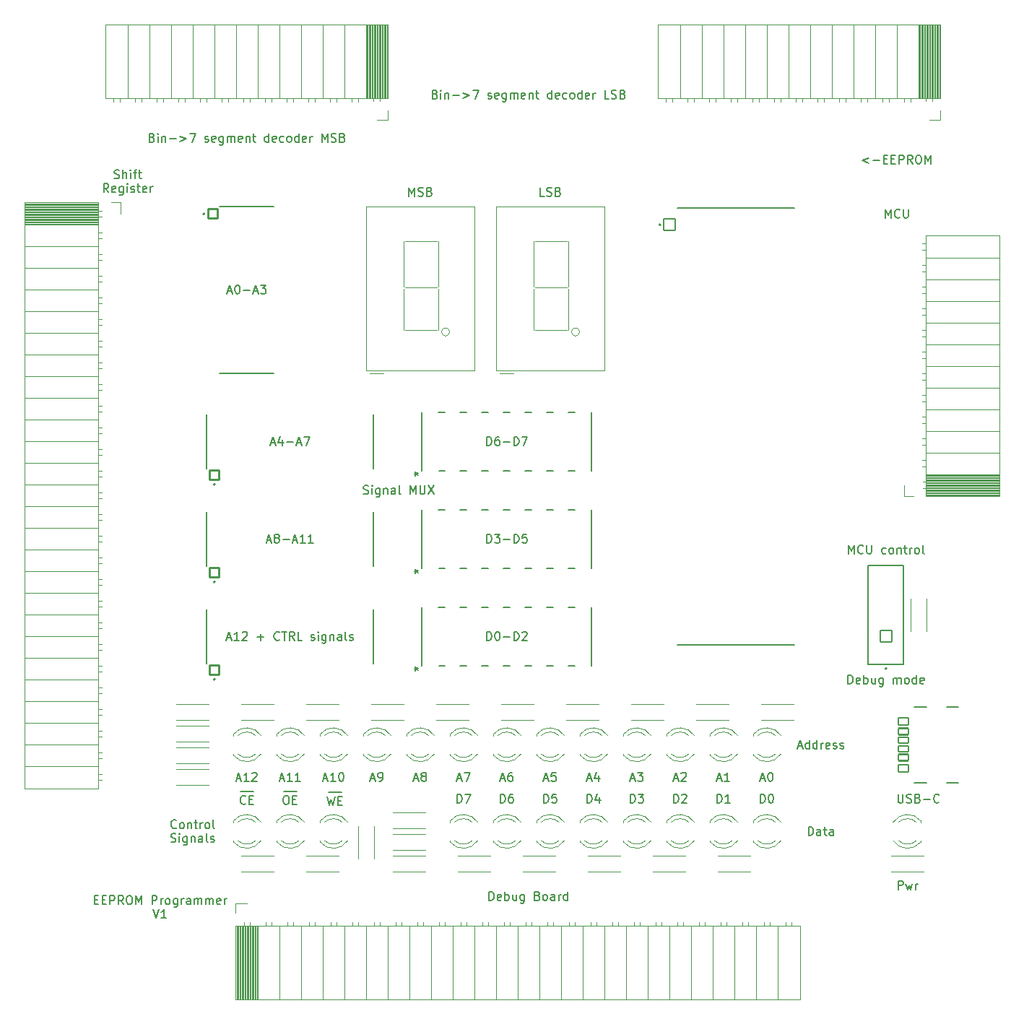
<source format=gto>
%TF.GenerationSoftware,KiCad,Pcbnew,(6.0.9)*%
%TF.CreationDate,2025-06-18T12:33:42-04:00*%
%TF.ProjectId,Motherboard,4d6f7468-6572-4626-9f61-72642e6b6963,1*%
%TF.SameCoordinates,Original*%
%TF.FileFunction,Legend,Top*%
%TF.FilePolarity,Positive*%
%FSLAX46Y46*%
G04 Gerber Fmt 4.6, Leading zero omitted, Abs format (unit mm)*
G04 Created by KiCad (PCBNEW (6.0.9)) date 2025-06-18 12:33:42*
%MOMM*%
%LPD*%
G01*
G04 APERTURE LIST*
G04 Aperture macros list*
%AMRoundRect*
0 Rectangle with rounded corners*
0 $1 Rounding radius*
0 $2 $3 $4 $5 $6 $7 $8 $9 X,Y pos of 4 corners*
0 Add a 4 corners polygon primitive as box body*
4,1,4,$2,$3,$4,$5,$6,$7,$8,$9,$2,$3,0*
0 Add four circle primitives for the rounded corners*
1,1,$1+$1,$2,$3*
1,1,$1+$1,$4,$5*
1,1,$1+$1,$6,$7*
1,1,$1+$1,$8,$9*
0 Add four rect primitives between the rounded corners*
20,1,$1+$1,$2,$3,$4,$5,0*
20,1,$1+$1,$4,$5,$6,$7,0*
20,1,$1+$1,$6,$7,$8,$9,0*
20,1,$1+$1,$8,$9,$2,$3,0*%
G04 Aperture macros list end*
%ADD10C,0.150000*%
%ADD11C,0.120000*%
%ADD12C,0.127000*%
%ADD13C,0.200000*%
%ADD14C,0.152400*%
%ADD15C,1.400000*%
%ADD16O,1.400000X1.400000*%
%ADD17R,1.800000X1.800000*%
%ADD18C,1.800000*%
%ADD19RoundRect,0.102000X0.654000X-0.654000X0.654000X0.654000X-0.654000X0.654000X-0.654000X-0.654000X0*%
%ADD20C,1.512000*%
%ADD21R,1.295400X1.295400*%
%ADD22C,1.295400*%
%ADD23R,1.700000X1.700000*%
%ADD24O,1.700000X1.700000*%
%ADD25RoundRect,0.102000X-0.689000X-0.689000X0.689000X-0.689000X0.689000X0.689000X-0.689000X0.689000X0*%
%ADD26C,1.582000*%
%ADD27RoundRect,0.102000X0.565000X-0.565000X0.565000X0.565000X-0.565000X0.565000X-0.565000X-0.565000X0*%
%ADD28C,1.334000*%
%ADD29RoundRect,0.102000X-0.565000X-0.565000X0.565000X-0.565000X0.565000X0.565000X-0.565000X0.565000X0*%
%ADD30R,1.600000X1.600000*%
%ADD31C,1.600000*%
%ADD32RoundRect,0.102000X0.600000X-0.350000X0.600000X0.350000X-0.600000X0.350000X-0.600000X-0.350000X0*%
%ADD33RoundRect,0.102000X0.600000X-0.380000X0.600000X0.380000X-0.600000X0.380000X-0.600000X-0.380000X0*%
%ADD34RoundRect,0.102000X0.600000X-0.400000X0.600000X0.400000X-0.600000X0.400000X-0.600000X-0.400000X0*%
%ADD35O,1.954000X1.354000*%
G04 APERTURE END LIST*
D10*
X89503333Y-62682380D02*
X89027142Y-62682380D01*
X89027142Y-61682380D01*
X89789047Y-62634761D02*
X89931904Y-62682380D01*
X90170000Y-62682380D01*
X90265238Y-62634761D01*
X90312857Y-62587142D01*
X90360476Y-62491904D01*
X90360476Y-62396666D01*
X90312857Y-62301428D01*
X90265238Y-62253809D01*
X90170000Y-62206190D01*
X89979523Y-62158571D01*
X89884285Y-62110952D01*
X89836666Y-62063333D01*
X89789047Y-61968095D01*
X89789047Y-61872857D01*
X89836666Y-61777619D01*
X89884285Y-61730000D01*
X89979523Y-61682380D01*
X90217619Y-61682380D01*
X90360476Y-61730000D01*
X91122380Y-62158571D02*
X91265238Y-62206190D01*
X91312857Y-62253809D01*
X91360476Y-62349047D01*
X91360476Y-62491904D01*
X91312857Y-62587142D01*
X91265238Y-62634761D01*
X91170000Y-62682380D01*
X90789047Y-62682380D01*
X90789047Y-61682380D01*
X91122380Y-61682380D01*
X91217619Y-61730000D01*
X91265238Y-61777619D01*
X91312857Y-61872857D01*
X91312857Y-61968095D01*
X91265238Y-62063333D01*
X91217619Y-62110952D01*
X91122380Y-62158571D01*
X90789047Y-62158571D01*
X74215714Y-130976666D02*
X74691904Y-130976666D01*
X74120476Y-131262380D02*
X74453809Y-130262380D01*
X74787142Y-131262380D01*
X75263333Y-130690952D02*
X75168095Y-130643333D01*
X75120476Y-130595714D01*
X75072857Y-130500476D01*
X75072857Y-130452857D01*
X75120476Y-130357619D01*
X75168095Y-130310000D01*
X75263333Y-130262380D01*
X75453809Y-130262380D01*
X75549047Y-130310000D01*
X75596666Y-130357619D01*
X75644285Y-130452857D01*
X75644285Y-130500476D01*
X75596666Y-130595714D01*
X75549047Y-130643333D01*
X75453809Y-130690952D01*
X75263333Y-130690952D01*
X75168095Y-130738571D01*
X75120476Y-130786190D01*
X75072857Y-130881428D01*
X75072857Y-131071904D01*
X75120476Y-131167142D01*
X75168095Y-131214761D01*
X75263333Y-131262380D01*
X75453809Y-131262380D01*
X75549047Y-131214761D01*
X75596666Y-131167142D01*
X75644285Y-131071904D01*
X75644285Y-130881428D01*
X75596666Y-130786190D01*
X75549047Y-130738571D01*
X75453809Y-130690952D01*
X125111428Y-119832380D02*
X125111428Y-118832380D01*
X125349523Y-118832380D01*
X125492380Y-118880000D01*
X125587619Y-118975238D01*
X125635238Y-119070476D01*
X125682857Y-119260952D01*
X125682857Y-119403809D01*
X125635238Y-119594285D01*
X125587619Y-119689523D01*
X125492380Y-119784761D01*
X125349523Y-119832380D01*
X125111428Y-119832380D01*
X126492380Y-119784761D02*
X126397142Y-119832380D01*
X126206666Y-119832380D01*
X126111428Y-119784761D01*
X126063809Y-119689523D01*
X126063809Y-119308571D01*
X126111428Y-119213333D01*
X126206666Y-119165714D01*
X126397142Y-119165714D01*
X126492380Y-119213333D01*
X126540000Y-119308571D01*
X126540000Y-119403809D01*
X126063809Y-119499047D01*
X126968571Y-119832380D02*
X126968571Y-118832380D01*
X126968571Y-119213333D02*
X127063809Y-119165714D01*
X127254285Y-119165714D01*
X127349523Y-119213333D01*
X127397142Y-119260952D01*
X127444761Y-119356190D01*
X127444761Y-119641904D01*
X127397142Y-119737142D01*
X127349523Y-119784761D01*
X127254285Y-119832380D01*
X127063809Y-119832380D01*
X126968571Y-119784761D01*
X128301904Y-119165714D02*
X128301904Y-119832380D01*
X127873333Y-119165714D02*
X127873333Y-119689523D01*
X127920952Y-119784761D01*
X128016190Y-119832380D01*
X128159047Y-119832380D01*
X128254285Y-119784761D01*
X128301904Y-119737142D01*
X129206666Y-119165714D02*
X129206666Y-119975238D01*
X129159047Y-120070476D01*
X129111428Y-120118095D01*
X129016190Y-120165714D01*
X128873333Y-120165714D01*
X128778095Y-120118095D01*
X129206666Y-119784761D02*
X129111428Y-119832380D01*
X128920952Y-119832380D01*
X128825714Y-119784761D01*
X128778095Y-119737142D01*
X128730476Y-119641904D01*
X128730476Y-119356190D01*
X128778095Y-119260952D01*
X128825714Y-119213333D01*
X128920952Y-119165714D01*
X129111428Y-119165714D01*
X129206666Y-119213333D01*
X130444761Y-119832380D02*
X130444761Y-119165714D01*
X130444761Y-119260952D02*
X130492380Y-119213333D01*
X130587619Y-119165714D01*
X130730476Y-119165714D01*
X130825714Y-119213333D01*
X130873333Y-119308571D01*
X130873333Y-119832380D01*
X130873333Y-119308571D02*
X130920952Y-119213333D01*
X131016190Y-119165714D01*
X131159047Y-119165714D01*
X131254285Y-119213333D01*
X131301904Y-119308571D01*
X131301904Y-119832380D01*
X131920952Y-119832380D02*
X131825714Y-119784761D01*
X131778095Y-119737142D01*
X131730476Y-119641904D01*
X131730476Y-119356190D01*
X131778095Y-119260952D01*
X131825714Y-119213333D01*
X131920952Y-119165714D01*
X132063809Y-119165714D01*
X132159047Y-119213333D01*
X132206666Y-119260952D01*
X132254285Y-119356190D01*
X132254285Y-119641904D01*
X132206666Y-119737142D01*
X132159047Y-119784761D01*
X132063809Y-119832380D01*
X131920952Y-119832380D01*
X133111428Y-119832380D02*
X133111428Y-118832380D01*
X133111428Y-119784761D02*
X133016190Y-119832380D01*
X132825714Y-119832380D01*
X132730476Y-119784761D01*
X132682857Y-119737142D01*
X132635238Y-119641904D01*
X132635238Y-119356190D01*
X132682857Y-119260952D01*
X132730476Y-119213333D01*
X132825714Y-119165714D01*
X133016190Y-119165714D01*
X133111428Y-119213333D01*
X133968571Y-119784761D02*
X133873333Y-119832380D01*
X133682857Y-119832380D01*
X133587619Y-119784761D01*
X133540000Y-119689523D01*
X133540000Y-119308571D01*
X133587619Y-119213333D01*
X133682857Y-119165714D01*
X133873333Y-119165714D01*
X133968571Y-119213333D01*
X134016190Y-119308571D01*
X134016190Y-119403809D01*
X133540000Y-119499047D01*
X94535714Y-130976666D02*
X95011904Y-130976666D01*
X94440476Y-131262380D02*
X94773809Y-130262380D01*
X95107142Y-131262380D01*
X95869047Y-130595714D02*
X95869047Y-131262380D01*
X95630952Y-130214761D02*
X95392857Y-130929047D01*
X96011904Y-130929047D01*
X99591904Y-133802380D02*
X99591904Y-132802380D01*
X99830000Y-132802380D01*
X99972857Y-132850000D01*
X100068095Y-132945238D01*
X100115714Y-133040476D01*
X100163333Y-133230952D01*
X100163333Y-133373809D01*
X100115714Y-133564285D01*
X100068095Y-133659523D01*
X99972857Y-133754761D01*
X99830000Y-133802380D01*
X99591904Y-133802380D01*
X100496666Y-132802380D02*
X101115714Y-132802380D01*
X100782380Y-133183333D01*
X100925238Y-133183333D01*
X101020476Y-133230952D01*
X101068095Y-133278571D01*
X101115714Y-133373809D01*
X101115714Y-133611904D01*
X101068095Y-133707142D01*
X101020476Y-133754761D01*
X100925238Y-133802380D01*
X100639523Y-133802380D01*
X100544285Y-133754761D01*
X100496666Y-133707142D01*
X84375714Y-130976666D02*
X84851904Y-130976666D01*
X84280476Y-131262380D02*
X84613809Y-130262380D01*
X84947142Y-131262380D01*
X85709047Y-130262380D02*
X85518571Y-130262380D01*
X85423333Y-130310000D01*
X85375714Y-130357619D01*
X85280476Y-130500476D01*
X85232857Y-130690952D01*
X85232857Y-131071904D01*
X85280476Y-131167142D01*
X85328095Y-131214761D01*
X85423333Y-131262380D01*
X85613809Y-131262380D01*
X85709047Y-131214761D01*
X85756666Y-131167142D01*
X85804285Y-131071904D01*
X85804285Y-130833809D01*
X85756666Y-130738571D01*
X85709047Y-130690952D01*
X85613809Y-130643333D01*
X85423333Y-130643333D01*
X85328095Y-130690952D01*
X85280476Y-130738571D01*
X85232857Y-130833809D01*
X52371904Y-73826666D02*
X52848095Y-73826666D01*
X52276666Y-74112380D02*
X52610000Y-73112380D01*
X52943333Y-74112380D01*
X53467142Y-73112380D02*
X53562380Y-73112380D01*
X53657619Y-73160000D01*
X53705238Y-73207619D01*
X53752857Y-73302857D01*
X53800476Y-73493333D01*
X53800476Y-73731428D01*
X53752857Y-73921904D01*
X53705238Y-74017142D01*
X53657619Y-74064761D01*
X53562380Y-74112380D01*
X53467142Y-74112380D01*
X53371904Y-74064761D01*
X53324285Y-74017142D01*
X53276666Y-73921904D01*
X53229047Y-73731428D01*
X53229047Y-73493333D01*
X53276666Y-73302857D01*
X53324285Y-73207619D01*
X53371904Y-73160000D01*
X53467142Y-73112380D01*
X54229047Y-73731428D02*
X54990952Y-73731428D01*
X55419523Y-73826666D02*
X55895714Y-73826666D01*
X55324285Y-74112380D02*
X55657619Y-73112380D01*
X55990952Y-74112380D01*
X56229047Y-73112380D02*
X56848095Y-73112380D01*
X56514761Y-73493333D01*
X56657619Y-73493333D01*
X56752857Y-73540952D01*
X56800476Y-73588571D01*
X56848095Y-73683809D01*
X56848095Y-73921904D01*
X56800476Y-74017142D01*
X56752857Y-74064761D01*
X56657619Y-74112380D01*
X56371904Y-74112380D01*
X56276666Y-74064761D01*
X56229047Y-74017142D01*
X53419523Y-130976666D02*
X53895714Y-130976666D01*
X53324285Y-131262380D02*
X53657619Y-130262380D01*
X53990952Y-131262380D01*
X54848095Y-131262380D02*
X54276666Y-131262380D01*
X54562380Y-131262380D02*
X54562380Y-130262380D01*
X54467142Y-130405238D01*
X54371904Y-130500476D01*
X54276666Y-130548095D01*
X55229047Y-130357619D02*
X55276666Y-130310000D01*
X55371904Y-130262380D01*
X55610000Y-130262380D01*
X55705238Y-130310000D01*
X55752857Y-130357619D01*
X55800476Y-130452857D01*
X55800476Y-130548095D01*
X55752857Y-130690952D01*
X55181428Y-131262380D01*
X55800476Y-131262380D01*
X82756666Y-103322380D02*
X82756666Y-102322380D01*
X82994761Y-102322380D01*
X83137619Y-102370000D01*
X83232857Y-102465238D01*
X83280476Y-102560476D01*
X83328095Y-102750952D01*
X83328095Y-102893809D01*
X83280476Y-103084285D01*
X83232857Y-103179523D01*
X83137619Y-103274761D01*
X82994761Y-103322380D01*
X82756666Y-103322380D01*
X83661428Y-102322380D02*
X84280476Y-102322380D01*
X83947142Y-102703333D01*
X84090000Y-102703333D01*
X84185238Y-102750952D01*
X84232857Y-102798571D01*
X84280476Y-102893809D01*
X84280476Y-103131904D01*
X84232857Y-103227142D01*
X84185238Y-103274761D01*
X84090000Y-103322380D01*
X83804285Y-103322380D01*
X83709047Y-103274761D01*
X83661428Y-103227142D01*
X84709047Y-102941428D02*
X85470952Y-102941428D01*
X85947142Y-103322380D02*
X85947142Y-102322380D01*
X86185238Y-102322380D01*
X86328095Y-102370000D01*
X86423333Y-102465238D01*
X86470952Y-102560476D01*
X86518571Y-102750952D01*
X86518571Y-102893809D01*
X86470952Y-103084285D01*
X86423333Y-103179523D01*
X86328095Y-103274761D01*
X86185238Y-103322380D01*
X85947142Y-103322380D01*
X87423333Y-102322380D02*
X86947142Y-102322380D01*
X86899523Y-102798571D01*
X86947142Y-102750952D01*
X87042380Y-102703333D01*
X87280476Y-102703333D01*
X87375714Y-102750952D01*
X87423333Y-102798571D01*
X87470952Y-102893809D01*
X87470952Y-103131904D01*
X87423333Y-103227142D01*
X87375714Y-103274761D01*
X87280476Y-103322380D01*
X87042380Y-103322380D01*
X86947142Y-103274761D01*
X86899523Y-103227142D01*
X76701428Y-50728571D02*
X76844285Y-50776190D01*
X76891904Y-50823809D01*
X76939523Y-50919047D01*
X76939523Y-51061904D01*
X76891904Y-51157142D01*
X76844285Y-51204761D01*
X76749047Y-51252380D01*
X76368095Y-51252380D01*
X76368095Y-50252380D01*
X76701428Y-50252380D01*
X76796666Y-50300000D01*
X76844285Y-50347619D01*
X76891904Y-50442857D01*
X76891904Y-50538095D01*
X76844285Y-50633333D01*
X76796666Y-50680952D01*
X76701428Y-50728571D01*
X76368095Y-50728571D01*
X77368095Y-51252380D02*
X77368095Y-50585714D01*
X77368095Y-50252380D02*
X77320476Y-50300000D01*
X77368095Y-50347619D01*
X77415714Y-50300000D01*
X77368095Y-50252380D01*
X77368095Y-50347619D01*
X77844285Y-50585714D02*
X77844285Y-51252380D01*
X77844285Y-50680952D02*
X77891904Y-50633333D01*
X77987142Y-50585714D01*
X78130000Y-50585714D01*
X78225238Y-50633333D01*
X78272857Y-50728571D01*
X78272857Y-51252380D01*
X78749047Y-50871428D02*
X79510952Y-50871428D01*
X79987142Y-50585714D02*
X80749047Y-50871428D01*
X79987142Y-51157142D01*
X81130000Y-50252380D02*
X81796666Y-50252380D01*
X81368095Y-51252380D01*
X82891904Y-51204761D02*
X82987142Y-51252380D01*
X83177619Y-51252380D01*
X83272857Y-51204761D01*
X83320476Y-51109523D01*
X83320476Y-51061904D01*
X83272857Y-50966666D01*
X83177619Y-50919047D01*
X83034761Y-50919047D01*
X82939523Y-50871428D01*
X82891904Y-50776190D01*
X82891904Y-50728571D01*
X82939523Y-50633333D01*
X83034761Y-50585714D01*
X83177619Y-50585714D01*
X83272857Y-50633333D01*
X84130000Y-51204761D02*
X84034761Y-51252380D01*
X83844285Y-51252380D01*
X83749047Y-51204761D01*
X83701428Y-51109523D01*
X83701428Y-50728571D01*
X83749047Y-50633333D01*
X83844285Y-50585714D01*
X84034761Y-50585714D01*
X84130000Y-50633333D01*
X84177619Y-50728571D01*
X84177619Y-50823809D01*
X83701428Y-50919047D01*
X85034761Y-50585714D02*
X85034761Y-51395238D01*
X84987142Y-51490476D01*
X84939523Y-51538095D01*
X84844285Y-51585714D01*
X84701428Y-51585714D01*
X84606190Y-51538095D01*
X85034761Y-51204761D02*
X84939523Y-51252380D01*
X84749047Y-51252380D01*
X84653809Y-51204761D01*
X84606190Y-51157142D01*
X84558571Y-51061904D01*
X84558571Y-50776190D01*
X84606190Y-50680952D01*
X84653809Y-50633333D01*
X84749047Y-50585714D01*
X84939523Y-50585714D01*
X85034761Y-50633333D01*
X85510952Y-51252380D02*
X85510952Y-50585714D01*
X85510952Y-50680952D02*
X85558571Y-50633333D01*
X85653809Y-50585714D01*
X85796666Y-50585714D01*
X85891904Y-50633333D01*
X85939523Y-50728571D01*
X85939523Y-51252380D01*
X85939523Y-50728571D02*
X85987142Y-50633333D01*
X86082380Y-50585714D01*
X86225238Y-50585714D01*
X86320476Y-50633333D01*
X86368095Y-50728571D01*
X86368095Y-51252380D01*
X87225238Y-51204761D02*
X87130000Y-51252380D01*
X86939523Y-51252380D01*
X86844285Y-51204761D01*
X86796666Y-51109523D01*
X86796666Y-50728571D01*
X86844285Y-50633333D01*
X86939523Y-50585714D01*
X87130000Y-50585714D01*
X87225238Y-50633333D01*
X87272857Y-50728571D01*
X87272857Y-50823809D01*
X86796666Y-50919047D01*
X87701428Y-50585714D02*
X87701428Y-51252380D01*
X87701428Y-50680952D02*
X87749047Y-50633333D01*
X87844285Y-50585714D01*
X87987142Y-50585714D01*
X88082380Y-50633333D01*
X88130000Y-50728571D01*
X88130000Y-51252380D01*
X88463333Y-50585714D02*
X88844285Y-50585714D01*
X88606190Y-50252380D02*
X88606190Y-51109523D01*
X88653809Y-51204761D01*
X88749047Y-51252380D01*
X88844285Y-51252380D01*
X90368095Y-51252380D02*
X90368095Y-50252380D01*
X90368095Y-51204761D02*
X90272857Y-51252380D01*
X90082380Y-51252380D01*
X89987142Y-51204761D01*
X89939523Y-51157142D01*
X89891904Y-51061904D01*
X89891904Y-50776190D01*
X89939523Y-50680952D01*
X89987142Y-50633333D01*
X90082380Y-50585714D01*
X90272857Y-50585714D01*
X90368095Y-50633333D01*
X91225238Y-51204761D02*
X91130000Y-51252380D01*
X90939523Y-51252380D01*
X90844285Y-51204761D01*
X90796666Y-51109523D01*
X90796666Y-50728571D01*
X90844285Y-50633333D01*
X90939523Y-50585714D01*
X91130000Y-50585714D01*
X91225238Y-50633333D01*
X91272857Y-50728571D01*
X91272857Y-50823809D01*
X90796666Y-50919047D01*
X92130000Y-51204761D02*
X92034761Y-51252380D01*
X91844285Y-51252380D01*
X91749047Y-51204761D01*
X91701428Y-51157142D01*
X91653809Y-51061904D01*
X91653809Y-50776190D01*
X91701428Y-50680952D01*
X91749047Y-50633333D01*
X91844285Y-50585714D01*
X92034761Y-50585714D01*
X92130000Y-50633333D01*
X92701428Y-51252380D02*
X92606190Y-51204761D01*
X92558571Y-51157142D01*
X92510952Y-51061904D01*
X92510952Y-50776190D01*
X92558571Y-50680952D01*
X92606190Y-50633333D01*
X92701428Y-50585714D01*
X92844285Y-50585714D01*
X92939523Y-50633333D01*
X92987142Y-50680952D01*
X93034761Y-50776190D01*
X93034761Y-51061904D01*
X92987142Y-51157142D01*
X92939523Y-51204761D01*
X92844285Y-51252380D01*
X92701428Y-51252380D01*
X93891904Y-51252380D02*
X93891904Y-50252380D01*
X93891904Y-51204761D02*
X93796666Y-51252380D01*
X93606190Y-51252380D01*
X93510952Y-51204761D01*
X93463333Y-51157142D01*
X93415714Y-51061904D01*
X93415714Y-50776190D01*
X93463333Y-50680952D01*
X93510952Y-50633333D01*
X93606190Y-50585714D01*
X93796666Y-50585714D01*
X93891904Y-50633333D01*
X94749047Y-51204761D02*
X94653809Y-51252380D01*
X94463333Y-51252380D01*
X94368095Y-51204761D01*
X94320476Y-51109523D01*
X94320476Y-50728571D01*
X94368095Y-50633333D01*
X94463333Y-50585714D01*
X94653809Y-50585714D01*
X94749047Y-50633333D01*
X94796666Y-50728571D01*
X94796666Y-50823809D01*
X94320476Y-50919047D01*
X95225238Y-51252380D02*
X95225238Y-50585714D01*
X95225238Y-50776190D02*
X95272857Y-50680952D01*
X95320476Y-50633333D01*
X95415714Y-50585714D01*
X95510952Y-50585714D01*
X97082380Y-51252380D02*
X96606190Y-51252380D01*
X96606190Y-50252380D01*
X97368095Y-51204761D02*
X97510952Y-51252380D01*
X97749047Y-51252380D01*
X97844285Y-51204761D01*
X97891904Y-51157142D01*
X97939523Y-51061904D01*
X97939523Y-50966666D01*
X97891904Y-50871428D01*
X97844285Y-50823809D01*
X97749047Y-50776190D01*
X97558571Y-50728571D01*
X97463333Y-50680952D01*
X97415714Y-50633333D01*
X97368095Y-50538095D01*
X97368095Y-50442857D01*
X97415714Y-50347619D01*
X97463333Y-50300000D01*
X97558571Y-50252380D01*
X97796666Y-50252380D01*
X97939523Y-50300000D01*
X98701428Y-50728571D02*
X98844285Y-50776190D01*
X98891904Y-50823809D01*
X98939523Y-50919047D01*
X98939523Y-51061904D01*
X98891904Y-51157142D01*
X98844285Y-51204761D01*
X98749047Y-51252380D01*
X98368095Y-51252380D01*
X98368095Y-50252380D01*
X98701428Y-50252380D01*
X98796666Y-50300000D01*
X98844285Y-50347619D01*
X98891904Y-50442857D01*
X98891904Y-50538095D01*
X98844285Y-50633333D01*
X98796666Y-50680952D01*
X98701428Y-50728571D01*
X98368095Y-50728571D01*
X82756666Y-114752380D02*
X82756666Y-113752380D01*
X82994761Y-113752380D01*
X83137619Y-113800000D01*
X83232857Y-113895238D01*
X83280476Y-113990476D01*
X83328095Y-114180952D01*
X83328095Y-114323809D01*
X83280476Y-114514285D01*
X83232857Y-114609523D01*
X83137619Y-114704761D01*
X82994761Y-114752380D01*
X82756666Y-114752380D01*
X83947142Y-113752380D02*
X84042380Y-113752380D01*
X84137619Y-113800000D01*
X84185238Y-113847619D01*
X84232857Y-113942857D01*
X84280476Y-114133333D01*
X84280476Y-114371428D01*
X84232857Y-114561904D01*
X84185238Y-114657142D01*
X84137619Y-114704761D01*
X84042380Y-114752380D01*
X83947142Y-114752380D01*
X83851904Y-114704761D01*
X83804285Y-114657142D01*
X83756666Y-114561904D01*
X83709047Y-114371428D01*
X83709047Y-114133333D01*
X83756666Y-113942857D01*
X83804285Y-113847619D01*
X83851904Y-113800000D01*
X83947142Y-113752380D01*
X84709047Y-114371428D02*
X85470952Y-114371428D01*
X85947142Y-114752380D02*
X85947142Y-113752380D01*
X86185238Y-113752380D01*
X86328095Y-113800000D01*
X86423333Y-113895238D01*
X86470952Y-113990476D01*
X86518571Y-114180952D01*
X86518571Y-114323809D01*
X86470952Y-114514285D01*
X86423333Y-114609523D01*
X86328095Y-114704761D01*
X86185238Y-114752380D01*
X85947142Y-114752380D01*
X86899523Y-113847619D02*
X86947142Y-113800000D01*
X87042380Y-113752380D01*
X87280476Y-113752380D01*
X87375714Y-113800000D01*
X87423333Y-113847619D01*
X87470952Y-113942857D01*
X87470952Y-114038095D01*
X87423333Y-114180952D01*
X86851904Y-114752380D01*
X87470952Y-114752380D01*
X125159047Y-104592380D02*
X125159047Y-103592380D01*
X125492380Y-104306666D01*
X125825714Y-103592380D01*
X125825714Y-104592380D01*
X126873333Y-104497142D02*
X126825714Y-104544761D01*
X126682857Y-104592380D01*
X126587619Y-104592380D01*
X126444761Y-104544761D01*
X126349523Y-104449523D01*
X126301904Y-104354285D01*
X126254285Y-104163809D01*
X126254285Y-104020952D01*
X126301904Y-103830476D01*
X126349523Y-103735238D01*
X126444761Y-103640000D01*
X126587619Y-103592380D01*
X126682857Y-103592380D01*
X126825714Y-103640000D01*
X126873333Y-103687619D01*
X127301904Y-103592380D02*
X127301904Y-104401904D01*
X127349523Y-104497142D01*
X127397142Y-104544761D01*
X127492380Y-104592380D01*
X127682857Y-104592380D01*
X127778095Y-104544761D01*
X127825714Y-104497142D01*
X127873333Y-104401904D01*
X127873333Y-103592380D01*
X129540000Y-104544761D02*
X129444761Y-104592380D01*
X129254285Y-104592380D01*
X129159047Y-104544761D01*
X129111428Y-104497142D01*
X129063809Y-104401904D01*
X129063809Y-104116190D01*
X129111428Y-104020952D01*
X129159047Y-103973333D01*
X129254285Y-103925714D01*
X129444761Y-103925714D01*
X129540000Y-103973333D01*
X130111428Y-104592380D02*
X130016190Y-104544761D01*
X129968571Y-104497142D01*
X129920952Y-104401904D01*
X129920952Y-104116190D01*
X129968571Y-104020952D01*
X130016190Y-103973333D01*
X130111428Y-103925714D01*
X130254285Y-103925714D01*
X130349523Y-103973333D01*
X130397142Y-104020952D01*
X130444761Y-104116190D01*
X130444761Y-104401904D01*
X130397142Y-104497142D01*
X130349523Y-104544761D01*
X130254285Y-104592380D01*
X130111428Y-104592380D01*
X130873333Y-103925714D02*
X130873333Y-104592380D01*
X130873333Y-104020952D02*
X130920952Y-103973333D01*
X131016190Y-103925714D01*
X131159047Y-103925714D01*
X131254285Y-103973333D01*
X131301904Y-104068571D01*
X131301904Y-104592380D01*
X131635238Y-103925714D02*
X132016190Y-103925714D01*
X131778095Y-103592380D02*
X131778095Y-104449523D01*
X131825714Y-104544761D01*
X131920952Y-104592380D01*
X132016190Y-104592380D01*
X132349523Y-104592380D02*
X132349523Y-103925714D01*
X132349523Y-104116190D02*
X132397142Y-104020952D01*
X132444761Y-103973333D01*
X132540000Y-103925714D01*
X132635238Y-103925714D01*
X133111428Y-104592380D02*
X133016190Y-104544761D01*
X132968571Y-104497142D01*
X132920952Y-104401904D01*
X132920952Y-104116190D01*
X132968571Y-104020952D01*
X133016190Y-103973333D01*
X133111428Y-103925714D01*
X133254285Y-103925714D01*
X133349523Y-103973333D01*
X133397142Y-104020952D01*
X133444761Y-104116190D01*
X133444761Y-104401904D01*
X133397142Y-104497142D01*
X133349523Y-104544761D01*
X133254285Y-104592380D01*
X133111428Y-104592380D01*
X134016190Y-104592380D02*
X133920952Y-104544761D01*
X133873333Y-104449523D01*
X133873333Y-103592380D01*
X53848095Y-132457619D02*
X54610000Y-132457619D01*
X54610000Y-132457619D02*
X55371904Y-132457619D01*
X54467142Y-133877142D02*
X54419523Y-133924761D01*
X54276666Y-133972380D01*
X54181428Y-133972380D01*
X54038571Y-133924761D01*
X53943333Y-133829523D01*
X53895714Y-133734285D01*
X53848095Y-133543809D01*
X53848095Y-133400952D01*
X53895714Y-133210476D01*
X53943333Y-133115238D01*
X54038571Y-133020000D01*
X54181428Y-132972380D01*
X54276666Y-132972380D01*
X54419523Y-133020000D01*
X54467142Y-133067619D01*
X54895714Y-133448571D02*
X55229047Y-133448571D01*
X55371904Y-133972380D02*
X54895714Y-133972380D01*
X54895714Y-132972380D01*
X55371904Y-132972380D01*
X64188680Y-132594985D02*
X64950585Y-132594985D01*
X64950585Y-132594985D02*
X65712489Y-132594985D01*
X64069632Y-133109746D02*
X64307727Y-134109746D01*
X64498204Y-133395461D01*
X64688680Y-134109746D01*
X64926775Y-133109746D01*
X65307727Y-133585937D02*
X65641061Y-133585937D01*
X65783918Y-134109746D02*
X65307727Y-134109746D01*
X65307727Y-133109746D01*
X65783918Y-133109746D01*
X36759523Y-145173571D02*
X37092857Y-145173571D01*
X37235714Y-145697380D02*
X36759523Y-145697380D01*
X36759523Y-144697380D01*
X37235714Y-144697380D01*
X37664285Y-145173571D02*
X37997619Y-145173571D01*
X38140476Y-145697380D02*
X37664285Y-145697380D01*
X37664285Y-144697380D01*
X38140476Y-144697380D01*
X38569047Y-145697380D02*
X38569047Y-144697380D01*
X38949999Y-144697380D01*
X39045238Y-144745000D01*
X39092857Y-144792619D01*
X39140476Y-144887857D01*
X39140476Y-145030714D01*
X39092857Y-145125952D01*
X39045238Y-145173571D01*
X38949999Y-145221190D01*
X38569047Y-145221190D01*
X40140476Y-145697380D02*
X39807142Y-145221190D01*
X39569047Y-145697380D02*
X39569047Y-144697380D01*
X39949999Y-144697380D01*
X40045238Y-144745000D01*
X40092857Y-144792619D01*
X40140476Y-144887857D01*
X40140476Y-145030714D01*
X40092857Y-145125952D01*
X40045238Y-145173571D01*
X39949999Y-145221190D01*
X39569047Y-145221190D01*
X40759523Y-144697380D02*
X40949999Y-144697380D01*
X41045238Y-144745000D01*
X41140476Y-144840238D01*
X41188095Y-145030714D01*
X41188095Y-145364047D01*
X41140476Y-145554523D01*
X41045238Y-145649761D01*
X40949999Y-145697380D01*
X40759523Y-145697380D01*
X40664285Y-145649761D01*
X40569047Y-145554523D01*
X40521428Y-145364047D01*
X40521428Y-145030714D01*
X40569047Y-144840238D01*
X40664285Y-144745000D01*
X40759523Y-144697380D01*
X41616666Y-145697380D02*
X41616666Y-144697380D01*
X41949999Y-145411666D01*
X42283333Y-144697380D01*
X42283333Y-145697380D01*
X43521428Y-145697380D02*
X43521428Y-144697380D01*
X43902380Y-144697380D01*
X43997619Y-144745000D01*
X44045238Y-144792619D01*
X44092857Y-144887857D01*
X44092857Y-145030714D01*
X44045238Y-145125952D01*
X43997619Y-145173571D01*
X43902380Y-145221190D01*
X43521428Y-145221190D01*
X44521428Y-145697380D02*
X44521428Y-145030714D01*
X44521428Y-145221190D02*
X44569047Y-145125952D01*
X44616666Y-145078333D01*
X44711904Y-145030714D01*
X44807142Y-145030714D01*
X45283333Y-145697380D02*
X45188095Y-145649761D01*
X45140476Y-145602142D01*
X45092857Y-145506904D01*
X45092857Y-145221190D01*
X45140476Y-145125952D01*
X45188095Y-145078333D01*
X45283333Y-145030714D01*
X45426190Y-145030714D01*
X45521428Y-145078333D01*
X45569047Y-145125952D01*
X45616666Y-145221190D01*
X45616666Y-145506904D01*
X45569047Y-145602142D01*
X45521428Y-145649761D01*
X45426190Y-145697380D01*
X45283333Y-145697380D01*
X46473809Y-145030714D02*
X46473809Y-145840238D01*
X46426190Y-145935476D01*
X46378571Y-145983095D01*
X46283333Y-146030714D01*
X46140476Y-146030714D01*
X46045238Y-145983095D01*
X46473809Y-145649761D02*
X46378571Y-145697380D01*
X46188095Y-145697380D01*
X46092857Y-145649761D01*
X46045238Y-145602142D01*
X45997619Y-145506904D01*
X45997619Y-145221190D01*
X46045238Y-145125952D01*
X46092857Y-145078333D01*
X46188095Y-145030714D01*
X46378571Y-145030714D01*
X46473809Y-145078333D01*
X46950000Y-145697380D02*
X46950000Y-145030714D01*
X46950000Y-145221190D02*
X46997619Y-145125952D01*
X47045238Y-145078333D01*
X47140476Y-145030714D01*
X47235714Y-145030714D01*
X47997619Y-145697380D02*
X47997619Y-145173571D01*
X47950000Y-145078333D01*
X47854761Y-145030714D01*
X47664285Y-145030714D01*
X47569047Y-145078333D01*
X47997619Y-145649761D02*
X47902380Y-145697380D01*
X47664285Y-145697380D01*
X47569047Y-145649761D01*
X47521428Y-145554523D01*
X47521428Y-145459285D01*
X47569047Y-145364047D01*
X47664285Y-145316428D01*
X47902380Y-145316428D01*
X47997619Y-145268809D01*
X48473809Y-145697380D02*
X48473809Y-145030714D01*
X48473809Y-145125952D02*
X48521428Y-145078333D01*
X48616666Y-145030714D01*
X48759523Y-145030714D01*
X48854761Y-145078333D01*
X48902380Y-145173571D01*
X48902380Y-145697380D01*
X48902380Y-145173571D02*
X48950000Y-145078333D01*
X49045238Y-145030714D01*
X49188095Y-145030714D01*
X49283333Y-145078333D01*
X49330952Y-145173571D01*
X49330952Y-145697380D01*
X49807142Y-145697380D02*
X49807142Y-145030714D01*
X49807142Y-145125952D02*
X49854761Y-145078333D01*
X49950000Y-145030714D01*
X50092857Y-145030714D01*
X50188095Y-145078333D01*
X50235714Y-145173571D01*
X50235714Y-145697380D01*
X50235714Y-145173571D02*
X50283333Y-145078333D01*
X50378571Y-145030714D01*
X50521428Y-145030714D01*
X50616666Y-145078333D01*
X50664285Y-145173571D01*
X50664285Y-145697380D01*
X51521428Y-145649761D02*
X51426190Y-145697380D01*
X51235714Y-145697380D01*
X51140476Y-145649761D01*
X51092857Y-145554523D01*
X51092857Y-145173571D01*
X51140476Y-145078333D01*
X51235714Y-145030714D01*
X51426190Y-145030714D01*
X51521428Y-145078333D01*
X51569047Y-145173571D01*
X51569047Y-145268809D01*
X51092857Y-145364047D01*
X51997619Y-145697380D02*
X51997619Y-145030714D01*
X51997619Y-145221190D02*
X52045238Y-145125952D01*
X52092857Y-145078333D01*
X52188095Y-145030714D01*
X52283333Y-145030714D01*
X43640476Y-146307380D02*
X43973809Y-147307380D01*
X44307142Y-146307380D01*
X45164285Y-147307380D02*
X44592857Y-147307380D01*
X44878571Y-147307380D02*
X44878571Y-146307380D01*
X44783333Y-146450238D01*
X44688095Y-146545476D01*
X44592857Y-146593095D01*
X89455714Y-130976666D02*
X89931904Y-130976666D01*
X89360476Y-131262380D02*
X89693809Y-130262380D01*
X90027142Y-131262380D01*
X90836666Y-130262380D02*
X90360476Y-130262380D01*
X90312857Y-130738571D01*
X90360476Y-130690952D01*
X90455714Y-130643333D01*
X90693809Y-130643333D01*
X90789047Y-130690952D01*
X90836666Y-130738571D01*
X90884285Y-130833809D01*
X90884285Y-131071904D01*
X90836666Y-131167142D01*
X90789047Y-131214761D01*
X90693809Y-131262380D01*
X90455714Y-131262380D01*
X90360476Y-131214761D01*
X90312857Y-131167142D01*
X109775714Y-130976666D02*
X110251904Y-130976666D01*
X109680476Y-131262380D02*
X110013809Y-130262380D01*
X110347142Y-131262380D01*
X111204285Y-131262380D02*
X110632857Y-131262380D01*
X110918571Y-131262380D02*
X110918571Y-130262380D01*
X110823333Y-130405238D01*
X110728095Y-130500476D01*
X110632857Y-130548095D01*
X109751904Y-133802380D02*
X109751904Y-132802380D01*
X109990000Y-132802380D01*
X110132857Y-132850000D01*
X110228095Y-132945238D01*
X110275714Y-133040476D01*
X110323333Y-133230952D01*
X110323333Y-133373809D01*
X110275714Y-133564285D01*
X110228095Y-133659523D01*
X110132857Y-133754761D01*
X109990000Y-133802380D01*
X109751904Y-133802380D01*
X111275714Y-133802380D02*
X110704285Y-133802380D01*
X110990000Y-133802380D02*
X110990000Y-132802380D01*
X110894761Y-132945238D01*
X110799523Y-133040476D01*
X110704285Y-133088095D01*
X129452857Y-65222380D02*
X129452857Y-64222380D01*
X129786190Y-64936666D01*
X130119523Y-64222380D01*
X130119523Y-65222380D01*
X131167142Y-65127142D02*
X131119523Y-65174761D01*
X130976666Y-65222380D01*
X130881428Y-65222380D01*
X130738571Y-65174761D01*
X130643333Y-65079523D01*
X130595714Y-64984285D01*
X130548095Y-64793809D01*
X130548095Y-64650952D01*
X130595714Y-64460476D01*
X130643333Y-64365238D01*
X130738571Y-64270000D01*
X130881428Y-64222380D01*
X130976666Y-64222380D01*
X131119523Y-64270000D01*
X131167142Y-64317619D01*
X131595714Y-64222380D02*
X131595714Y-65031904D01*
X131643333Y-65127142D01*
X131690952Y-65174761D01*
X131786190Y-65222380D01*
X131976666Y-65222380D01*
X132071904Y-65174761D01*
X132119523Y-65127142D01*
X132167142Y-65031904D01*
X132167142Y-64222380D01*
X69135714Y-130976666D02*
X69611904Y-130976666D01*
X69040476Y-131262380D02*
X69373809Y-130262380D01*
X69707142Y-131262380D01*
X70088095Y-131262380D02*
X70278571Y-131262380D01*
X70373809Y-131214761D01*
X70421428Y-131167142D01*
X70516666Y-131024285D01*
X70564285Y-130833809D01*
X70564285Y-130452857D01*
X70516666Y-130357619D01*
X70469047Y-130310000D01*
X70373809Y-130262380D01*
X70183333Y-130262380D01*
X70088095Y-130310000D01*
X70040476Y-130357619D01*
X69992857Y-130452857D01*
X69992857Y-130690952D01*
X70040476Y-130786190D01*
X70088095Y-130833809D01*
X70183333Y-130881428D01*
X70373809Y-130881428D01*
X70469047Y-130833809D01*
X70516666Y-130786190D01*
X70564285Y-130690952D01*
X130984761Y-143962380D02*
X130984761Y-142962380D01*
X131365714Y-142962380D01*
X131460952Y-143010000D01*
X131508571Y-143057619D01*
X131556190Y-143152857D01*
X131556190Y-143295714D01*
X131508571Y-143390952D01*
X131460952Y-143438571D01*
X131365714Y-143486190D01*
X130984761Y-143486190D01*
X131889523Y-143295714D02*
X132080000Y-143962380D01*
X132270476Y-143486190D01*
X132460952Y-143962380D01*
X132651428Y-143295714D01*
X133032380Y-143962380D02*
X133032380Y-143295714D01*
X133032380Y-143486190D02*
X133080000Y-143390952D01*
X133127619Y-143343333D01*
X133222857Y-143295714D01*
X133318095Y-143295714D01*
X83034761Y-145232380D02*
X83034761Y-144232380D01*
X83272857Y-144232380D01*
X83415714Y-144280000D01*
X83510952Y-144375238D01*
X83558571Y-144470476D01*
X83606190Y-144660952D01*
X83606190Y-144803809D01*
X83558571Y-144994285D01*
X83510952Y-145089523D01*
X83415714Y-145184761D01*
X83272857Y-145232380D01*
X83034761Y-145232380D01*
X84415714Y-145184761D02*
X84320476Y-145232380D01*
X84130000Y-145232380D01*
X84034761Y-145184761D01*
X83987142Y-145089523D01*
X83987142Y-144708571D01*
X84034761Y-144613333D01*
X84130000Y-144565714D01*
X84320476Y-144565714D01*
X84415714Y-144613333D01*
X84463333Y-144708571D01*
X84463333Y-144803809D01*
X83987142Y-144899047D01*
X84891904Y-145232380D02*
X84891904Y-144232380D01*
X84891904Y-144613333D02*
X84987142Y-144565714D01*
X85177619Y-144565714D01*
X85272857Y-144613333D01*
X85320476Y-144660952D01*
X85368095Y-144756190D01*
X85368095Y-145041904D01*
X85320476Y-145137142D01*
X85272857Y-145184761D01*
X85177619Y-145232380D01*
X84987142Y-145232380D01*
X84891904Y-145184761D01*
X86225238Y-144565714D02*
X86225238Y-145232380D01*
X85796666Y-144565714D02*
X85796666Y-145089523D01*
X85844285Y-145184761D01*
X85939523Y-145232380D01*
X86082380Y-145232380D01*
X86177619Y-145184761D01*
X86225238Y-145137142D01*
X87130000Y-144565714D02*
X87130000Y-145375238D01*
X87082380Y-145470476D01*
X87034761Y-145518095D01*
X86939523Y-145565714D01*
X86796666Y-145565714D01*
X86701428Y-145518095D01*
X87130000Y-145184761D02*
X87034761Y-145232380D01*
X86844285Y-145232380D01*
X86749047Y-145184761D01*
X86701428Y-145137142D01*
X86653809Y-145041904D01*
X86653809Y-144756190D01*
X86701428Y-144660952D01*
X86749047Y-144613333D01*
X86844285Y-144565714D01*
X87034761Y-144565714D01*
X87130000Y-144613333D01*
X88701428Y-144708571D02*
X88844285Y-144756190D01*
X88891904Y-144803809D01*
X88939523Y-144899047D01*
X88939523Y-145041904D01*
X88891904Y-145137142D01*
X88844285Y-145184761D01*
X88749047Y-145232380D01*
X88368095Y-145232380D01*
X88368095Y-144232380D01*
X88701428Y-144232380D01*
X88796666Y-144280000D01*
X88844285Y-144327619D01*
X88891904Y-144422857D01*
X88891904Y-144518095D01*
X88844285Y-144613333D01*
X88796666Y-144660952D01*
X88701428Y-144708571D01*
X88368095Y-144708571D01*
X89510952Y-145232380D02*
X89415714Y-145184761D01*
X89368095Y-145137142D01*
X89320476Y-145041904D01*
X89320476Y-144756190D01*
X89368095Y-144660952D01*
X89415714Y-144613333D01*
X89510952Y-144565714D01*
X89653809Y-144565714D01*
X89749047Y-144613333D01*
X89796666Y-144660952D01*
X89844285Y-144756190D01*
X89844285Y-145041904D01*
X89796666Y-145137142D01*
X89749047Y-145184761D01*
X89653809Y-145232380D01*
X89510952Y-145232380D01*
X90701428Y-145232380D02*
X90701428Y-144708571D01*
X90653809Y-144613333D01*
X90558571Y-144565714D01*
X90368095Y-144565714D01*
X90272857Y-144613333D01*
X90701428Y-145184761D02*
X90606190Y-145232380D01*
X90368095Y-145232380D01*
X90272857Y-145184761D01*
X90225238Y-145089523D01*
X90225238Y-144994285D01*
X90272857Y-144899047D01*
X90368095Y-144851428D01*
X90606190Y-144851428D01*
X90701428Y-144803809D01*
X91177619Y-145232380D02*
X91177619Y-144565714D01*
X91177619Y-144756190D02*
X91225238Y-144660952D01*
X91272857Y-144613333D01*
X91368095Y-144565714D01*
X91463333Y-144565714D01*
X92225238Y-145232380D02*
X92225238Y-144232380D01*
X92225238Y-145184761D02*
X92130000Y-145232380D01*
X91939523Y-145232380D01*
X91844285Y-145184761D01*
X91796666Y-145137142D01*
X91749047Y-145041904D01*
X91749047Y-144756190D01*
X91796666Y-144660952D01*
X91844285Y-144613333D01*
X91939523Y-144565714D01*
X92130000Y-144565714D01*
X92225238Y-144613333D01*
X52285238Y-114466666D02*
X52761428Y-114466666D01*
X52190000Y-114752380D02*
X52523333Y-113752380D01*
X52856666Y-114752380D01*
X53713809Y-114752380D02*
X53142380Y-114752380D01*
X53428095Y-114752380D02*
X53428095Y-113752380D01*
X53332857Y-113895238D01*
X53237619Y-113990476D01*
X53142380Y-114038095D01*
X54094761Y-113847619D02*
X54142380Y-113800000D01*
X54237619Y-113752380D01*
X54475714Y-113752380D01*
X54570952Y-113800000D01*
X54618571Y-113847619D01*
X54666190Y-113942857D01*
X54666190Y-114038095D01*
X54618571Y-114180952D01*
X54047142Y-114752380D01*
X54666190Y-114752380D01*
X55856666Y-114371428D02*
X56618571Y-114371428D01*
X56237619Y-114752380D02*
X56237619Y-113990476D01*
X58428095Y-114657142D02*
X58380476Y-114704761D01*
X58237619Y-114752380D01*
X58142380Y-114752380D01*
X57999523Y-114704761D01*
X57904285Y-114609523D01*
X57856666Y-114514285D01*
X57809047Y-114323809D01*
X57809047Y-114180952D01*
X57856666Y-113990476D01*
X57904285Y-113895238D01*
X57999523Y-113800000D01*
X58142380Y-113752380D01*
X58237619Y-113752380D01*
X58380476Y-113800000D01*
X58428095Y-113847619D01*
X58713809Y-113752380D02*
X59285238Y-113752380D01*
X58999523Y-114752380D02*
X58999523Y-113752380D01*
X60190000Y-114752380D02*
X59856666Y-114276190D01*
X59618571Y-114752380D02*
X59618571Y-113752380D01*
X59999523Y-113752380D01*
X60094761Y-113800000D01*
X60142380Y-113847619D01*
X60190000Y-113942857D01*
X60190000Y-114085714D01*
X60142380Y-114180952D01*
X60094761Y-114228571D01*
X59999523Y-114276190D01*
X59618571Y-114276190D01*
X61094761Y-114752380D02*
X60618571Y-114752380D01*
X60618571Y-113752380D01*
X62142380Y-114704761D02*
X62237619Y-114752380D01*
X62428095Y-114752380D01*
X62523333Y-114704761D01*
X62570952Y-114609523D01*
X62570952Y-114561904D01*
X62523333Y-114466666D01*
X62428095Y-114419047D01*
X62285238Y-114419047D01*
X62190000Y-114371428D01*
X62142380Y-114276190D01*
X62142380Y-114228571D01*
X62190000Y-114133333D01*
X62285238Y-114085714D01*
X62428095Y-114085714D01*
X62523333Y-114133333D01*
X62999523Y-114752380D02*
X62999523Y-114085714D01*
X62999523Y-113752380D02*
X62951904Y-113800000D01*
X62999523Y-113847619D01*
X63047142Y-113800000D01*
X62999523Y-113752380D01*
X62999523Y-113847619D01*
X63904285Y-114085714D02*
X63904285Y-114895238D01*
X63856666Y-114990476D01*
X63809047Y-115038095D01*
X63713809Y-115085714D01*
X63570952Y-115085714D01*
X63475714Y-115038095D01*
X63904285Y-114704761D02*
X63809047Y-114752380D01*
X63618571Y-114752380D01*
X63523333Y-114704761D01*
X63475714Y-114657142D01*
X63428095Y-114561904D01*
X63428095Y-114276190D01*
X63475714Y-114180952D01*
X63523333Y-114133333D01*
X63618571Y-114085714D01*
X63809047Y-114085714D01*
X63904285Y-114133333D01*
X64380476Y-114085714D02*
X64380476Y-114752380D01*
X64380476Y-114180952D02*
X64428095Y-114133333D01*
X64523333Y-114085714D01*
X64666190Y-114085714D01*
X64761428Y-114133333D01*
X64809047Y-114228571D01*
X64809047Y-114752380D01*
X65713809Y-114752380D02*
X65713809Y-114228571D01*
X65666190Y-114133333D01*
X65570952Y-114085714D01*
X65380476Y-114085714D01*
X65285238Y-114133333D01*
X65713809Y-114704761D02*
X65618571Y-114752380D01*
X65380476Y-114752380D01*
X65285238Y-114704761D01*
X65237619Y-114609523D01*
X65237619Y-114514285D01*
X65285238Y-114419047D01*
X65380476Y-114371428D01*
X65618571Y-114371428D01*
X65713809Y-114323809D01*
X66332857Y-114752380D02*
X66237619Y-114704761D01*
X66190000Y-114609523D01*
X66190000Y-113752380D01*
X66666190Y-114704761D02*
X66761428Y-114752380D01*
X66951904Y-114752380D01*
X67047142Y-114704761D01*
X67094761Y-114609523D01*
X67094761Y-114561904D01*
X67047142Y-114466666D01*
X66951904Y-114419047D01*
X66809047Y-114419047D01*
X66713809Y-114371428D01*
X66666190Y-114276190D01*
X66666190Y-114228571D01*
X66713809Y-114133333D01*
X66809047Y-114085714D01*
X66951904Y-114085714D01*
X67047142Y-114133333D01*
X43514761Y-55808571D02*
X43657619Y-55856190D01*
X43705238Y-55903809D01*
X43752857Y-55999047D01*
X43752857Y-56141904D01*
X43705238Y-56237142D01*
X43657619Y-56284761D01*
X43562380Y-56332380D01*
X43181428Y-56332380D01*
X43181428Y-55332380D01*
X43514761Y-55332380D01*
X43609999Y-55380000D01*
X43657619Y-55427619D01*
X43705238Y-55522857D01*
X43705238Y-55618095D01*
X43657619Y-55713333D01*
X43609999Y-55760952D01*
X43514761Y-55808571D01*
X43181428Y-55808571D01*
X44181428Y-56332380D02*
X44181428Y-55665714D01*
X44181428Y-55332380D02*
X44133809Y-55380000D01*
X44181428Y-55427619D01*
X44229047Y-55380000D01*
X44181428Y-55332380D01*
X44181428Y-55427619D01*
X44657619Y-55665714D02*
X44657619Y-56332380D01*
X44657619Y-55760952D02*
X44705238Y-55713333D01*
X44800476Y-55665714D01*
X44943333Y-55665714D01*
X45038571Y-55713333D01*
X45086190Y-55808571D01*
X45086190Y-56332380D01*
X45562380Y-55951428D02*
X46324285Y-55951428D01*
X46800476Y-55665714D02*
X47562380Y-55951428D01*
X46800476Y-56237142D01*
X47943333Y-55332380D02*
X48609999Y-55332380D01*
X48181428Y-56332380D01*
X49705238Y-56284761D02*
X49800476Y-56332380D01*
X49990952Y-56332380D01*
X50086190Y-56284761D01*
X50133809Y-56189523D01*
X50133809Y-56141904D01*
X50086190Y-56046666D01*
X49990952Y-55999047D01*
X49848095Y-55999047D01*
X49752857Y-55951428D01*
X49705238Y-55856190D01*
X49705238Y-55808571D01*
X49752857Y-55713333D01*
X49848095Y-55665714D01*
X49990952Y-55665714D01*
X50086190Y-55713333D01*
X50943333Y-56284761D02*
X50848095Y-56332380D01*
X50657619Y-56332380D01*
X50562380Y-56284761D01*
X50514761Y-56189523D01*
X50514761Y-55808571D01*
X50562380Y-55713333D01*
X50657619Y-55665714D01*
X50848095Y-55665714D01*
X50943333Y-55713333D01*
X50990952Y-55808571D01*
X50990952Y-55903809D01*
X50514761Y-55999047D01*
X51848095Y-55665714D02*
X51848095Y-56475238D01*
X51800476Y-56570476D01*
X51752857Y-56618095D01*
X51657619Y-56665714D01*
X51514761Y-56665714D01*
X51419523Y-56618095D01*
X51848095Y-56284761D02*
X51752857Y-56332380D01*
X51562380Y-56332380D01*
X51467142Y-56284761D01*
X51419523Y-56237142D01*
X51371904Y-56141904D01*
X51371904Y-55856190D01*
X51419523Y-55760952D01*
X51467142Y-55713333D01*
X51562380Y-55665714D01*
X51752857Y-55665714D01*
X51848095Y-55713333D01*
X52324285Y-56332380D02*
X52324285Y-55665714D01*
X52324285Y-55760952D02*
X52371904Y-55713333D01*
X52467142Y-55665714D01*
X52609999Y-55665714D01*
X52705238Y-55713333D01*
X52752857Y-55808571D01*
X52752857Y-56332380D01*
X52752857Y-55808571D02*
X52800476Y-55713333D01*
X52895714Y-55665714D01*
X53038571Y-55665714D01*
X53133809Y-55713333D01*
X53181428Y-55808571D01*
X53181428Y-56332380D01*
X54038571Y-56284761D02*
X53943333Y-56332380D01*
X53752857Y-56332380D01*
X53657619Y-56284761D01*
X53609999Y-56189523D01*
X53609999Y-55808571D01*
X53657619Y-55713333D01*
X53752857Y-55665714D01*
X53943333Y-55665714D01*
X54038571Y-55713333D01*
X54086190Y-55808571D01*
X54086190Y-55903809D01*
X53609999Y-55999047D01*
X54514761Y-55665714D02*
X54514761Y-56332380D01*
X54514761Y-55760952D02*
X54562380Y-55713333D01*
X54657619Y-55665714D01*
X54800476Y-55665714D01*
X54895714Y-55713333D01*
X54943333Y-55808571D01*
X54943333Y-56332380D01*
X55276666Y-55665714D02*
X55657619Y-55665714D01*
X55419523Y-55332380D02*
X55419523Y-56189523D01*
X55467142Y-56284761D01*
X55562380Y-56332380D01*
X55657619Y-56332380D01*
X57181428Y-56332380D02*
X57181428Y-55332380D01*
X57181428Y-56284761D02*
X57086190Y-56332380D01*
X56895714Y-56332380D01*
X56800476Y-56284761D01*
X56752857Y-56237142D01*
X56705238Y-56141904D01*
X56705238Y-55856190D01*
X56752857Y-55760952D01*
X56800476Y-55713333D01*
X56895714Y-55665714D01*
X57086190Y-55665714D01*
X57181428Y-55713333D01*
X58038571Y-56284761D02*
X57943333Y-56332380D01*
X57752857Y-56332380D01*
X57657619Y-56284761D01*
X57609999Y-56189523D01*
X57609999Y-55808571D01*
X57657619Y-55713333D01*
X57752857Y-55665714D01*
X57943333Y-55665714D01*
X58038571Y-55713333D01*
X58086190Y-55808571D01*
X58086190Y-55903809D01*
X57609999Y-55999047D01*
X58943333Y-56284761D02*
X58848095Y-56332380D01*
X58657619Y-56332380D01*
X58562380Y-56284761D01*
X58514761Y-56237142D01*
X58467142Y-56141904D01*
X58467142Y-55856190D01*
X58514761Y-55760952D01*
X58562380Y-55713333D01*
X58657619Y-55665714D01*
X58848095Y-55665714D01*
X58943333Y-55713333D01*
X59514761Y-56332380D02*
X59419523Y-56284761D01*
X59371904Y-56237142D01*
X59324285Y-56141904D01*
X59324285Y-55856190D01*
X59371904Y-55760952D01*
X59419523Y-55713333D01*
X59514761Y-55665714D01*
X59657619Y-55665714D01*
X59752857Y-55713333D01*
X59800476Y-55760952D01*
X59848095Y-55856190D01*
X59848095Y-56141904D01*
X59800476Y-56237142D01*
X59752857Y-56284761D01*
X59657619Y-56332380D01*
X59514761Y-56332380D01*
X60705238Y-56332380D02*
X60705238Y-55332380D01*
X60705238Y-56284761D02*
X60609999Y-56332380D01*
X60419523Y-56332380D01*
X60324285Y-56284761D01*
X60276666Y-56237142D01*
X60229047Y-56141904D01*
X60229047Y-55856190D01*
X60276666Y-55760952D01*
X60324285Y-55713333D01*
X60419523Y-55665714D01*
X60609999Y-55665714D01*
X60705238Y-55713333D01*
X61562380Y-56284761D02*
X61467142Y-56332380D01*
X61276666Y-56332380D01*
X61181428Y-56284761D01*
X61133809Y-56189523D01*
X61133809Y-55808571D01*
X61181428Y-55713333D01*
X61276666Y-55665714D01*
X61467142Y-55665714D01*
X61562380Y-55713333D01*
X61609999Y-55808571D01*
X61609999Y-55903809D01*
X61133809Y-55999047D01*
X62038571Y-56332380D02*
X62038571Y-55665714D01*
X62038571Y-55856190D02*
X62086190Y-55760952D01*
X62133809Y-55713333D01*
X62229047Y-55665714D01*
X62324285Y-55665714D01*
X63419523Y-56332380D02*
X63419523Y-55332380D01*
X63752857Y-56046666D01*
X64086190Y-55332380D01*
X64086190Y-56332380D01*
X64514761Y-56284761D02*
X64657619Y-56332380D01*
X64895714Y-56332380D01*
X64990952Y-56284761D01*
X65038571Y-56237142D01*
X65086190Y-56141904D01*
X65086190Y-56046666D01*
X65038571Y-55951428D01*
X64990952Y-55903809D01*
X64895714Y-55856190D01*
X64705238Y-55808571D01*
X64609999Y-55760952D01*
X64562380Y-55713333D01*
X64514761Y-55618095D01*
X64514761Y-55522857D01*
X64562380Y-55427619D01*
X64609999Y-55380000D01*
X64705238Y-55332380D01*
X64943333Y-55332380D01*
X65086190Y-55380000D01*
X65848095Y-55808571D02*
X65990952Y-55856190D01*
X66038571Y-55903809D01*
X66086190Y-55999047D01*
X66086190Y-56141904D01*
X66038571Y-56237142D01*
X65990952Y-56284761D01*
X65895714Y-56332380D01*
X65514761Y-56332380D01*
X65514761Y-55332380D01*
X65848095Y-55332380D01*
X65943333Y-55380000D01*
X65990952Y-55427619D01*
X66038571Y-55522857D01*
X66038571Y-55618095D01*
X65990952Y-55713333D01*
X65943333Y-55760952D01*
X65848095Y-55808571D01*
X65514761Y-55808571D01*
X39092380Y-60559761D02*
X39235238Y-60607380D01*
X39473333Y-60607380D01*
X39568571Y-60559761D01*
X39616190Y-60512142D01*
X39663809Y-60416904D01*
X39663809Y-60321666D01*
X39616190Y-60226428D01*
X39568571Y-60178809D01*
X39473333Y-60131190D01*
X39282857Y-60083571D01*
X39187619Y-60035952D01*
X39140000Y-59988333D01*
X39092380Y-59893095D01*
X39092380Y-59797857D01*
X39140000Y-59702619D01*
X39187619Y-59655000D01*
X39282857Y-59607380D01*
X39520952Y-59607380D01*
X39663809Y-59655000D01*
X40092380Y-60607380D02*
X40092380Y-59607380D01*
X40520952Y-60607380D02*
X40520952Y-60083571D01*
X40473333Y-59988333D01*
X40378095Y-59940714D01*
X40235238Y-59940714D01*
X40140000Y-59988333D01*
X40092380Y-60035952D01*
X40997142Y-60607380D02*
X40997142Y-59940714D01*
X40997142Y-59607380D02*
X40949523Y-59655000D01*
X40997142Y-59702619D01*
X41044761Y-59655000D01*
X40997142Y-59607380D01*
X40997142Y-59702619D01*
X41330476Y-59940714D02*
X41711428Y-59940714D01*
X41473333Y-60607380D02*
X41473333Y-59750238D01*
X41520952Y-59655000D01*
X41616190Y-59607380D01*
X41711428Y-59607380D01*
X41901904Y-59940714D02*
X42282857Y-59940714D01*
X42044761Y-59607380D02*
X42044761Y-60464523D01*
X42092380Y-60559761D01*
X42187619Y-60607380D01*
X42282857Y-60607380D01*
X38401904Y-62217380D02*
X38068571Y-61741190D01*
X37830476Y-62217380D02*
X37830476Y-61217380D01*
X38211428Y-61217380D01*
X38306666Y-61265000D01*
X38354285Y-61312619D01*
X38401904Y-61407857D01*
X38401904Y-61550714D01*
X38354285Y-61645952D01*
X38306666Y-61693571D01*
X38211428Y-61741190D01*
X37830476Y-61741190D01*
X39211428Y-62169761D02*
X39116190Y-62217380D01*
X38925714Y-62217380D01*
X38830476Y-62169761D01*
X38782857Y-62074523D01*
X38782857Y-61693571D01*
X38830476Y-61598333D01*
X38925714Y-61550714D01*
X39116190Y-61550714D01*
X39211428Y-61598333D01*
X39259047Y-61693571D01*
X39259047Y-61788809D01*
X38782857Y-61884047D01*
X40116190Y-61550714D02*
X40116190Y-62360238D01*
X40068571Y-62455476D01*
X40020952Y-62503095D01*
X39925714Y-62550714D01*
X39782857Y-62550714D01*
X39687619Y-62503095D01*
X40116190Y-62169761D02*
X40020952Y-62217380D01*
X39830476Y-62217380D01*
X39735238Y-62169761D01*
X39687619Y-62122142D01*
X39640000Y-62026904D01*
X39640000Y-61741190D01*
X39687619Y-61645952D01*
X39735238Y-61598333D01*
X39830476Y-61550714D01*
X40020952Y-61550714D01*
X40116190Y-61598333D01*
X40592380Y-62217380D02*
X40592380Y-61550714D01*
X40592380Y-61217380D02*
X40544761Y-61265000D01*
X40592380Y-61312619D01*
X40640000Y-61265000D01*
X40592380Y-61217380D01*
X40592380Y-61312619D01*
X41020952Y-62169761D02*
X41116190Y-62217380D01*
X41306666Y-62217380D01*
X41401904Y-62169761D01*
X41449523Y-62074523D01*
X41449523Y-62026904D01*
X41401904Y-61931666D01*
X41306666Y-61884047D01*
X41163809Y-61884047D01*
X41068571Y-61836428D01*
X41020952Y-61741190D01*
X41020952Y-61693571D01*
X41068571Y-61598333D01*
X41163809Y-61550714D01*
X41306666Y-61550714D01*
X41401904Y-61598333D01*
X41735238Y-61550714D02*
X42116190Y-61550714D01*
X41878095Y-61217380D02*
X41878095Y-62074523D01*
X41925714Y-62169761D01*
X42020952Y-62217380D01*
X42116190Y-62217380D01*
X42830476Y-62169761D02*
X42735238Y-62217380D01*
X42544761Y-62217380D01*
X42449523Y-62169761D01*
X42401904Y-62074523D01*
X42401904Y-61693571D01*
X42449523Y-61598333D01*
X42544761Y-61550714D01*
X42735238Y-61550714D01*
X42830476Y-61598333D01*
X42878095Y-61693571D01*
X42878095Y-61788809D01*
X42401904Y-61884047D01*
X43306666Y-62217380D02*
X43306666Y-61550714D01*
X43306666Y-61741190D02*
X43354285Y-61645952D01*
X43401904Y-61598333D01*
X43497142Y-61550714D01*
X43592380Y-61550714D01*
X58499523Y-130976666D02*
X58975714Y-130976666D01*
X58404285Y-131262380D02*
X58737619Y-130262380D01*
X59070952Y-131262380D01*
X59928095Y-131262380D02*
X59356666Y-131262380D01*
X59642380Y-131262380D02*
X59642380Y-130262380D01*
X59547142Y-130405238D01*
X59451904Y-130500476D01*
X59356666Y-130548095D01*
X60880476Y-131262380D02*
X60309047Y-131262380D01*
X60594761Y-131262380D02*
X60594761Y-130262380D01*
X60499523Y-130405238D01*
X60404285Y-130500476D01*
X60309047Y-130548095D01*
X99615714Y-130976666D02*
X100091904Y-130976666D01*
X99520476Y-131262380D02*
X99853809Y-130262380D01*
X100187142Y-131262380D01*
X100425238Y-130262380D02*
X101044285Y-130262380D01*
X100710952Y-130643333D01*
X100853809Y-130643333D01*
X100949047Y-130690952D01*
X100996666Y-130738571D01*
X101044285Y-130833809D01*
X101044285Y-131071904D01*
X100996666Y-131167142D01*
X100949047Y-131214761D01*
X100853809Y-131262380D01*
X100568095Y-131262380D01*
X100472857Y-131214761D01*
X100425238Y-131167142D01*
X84351904Y-133802380D02*
X84351904Y-132802380D01*
X84590000Y-132802380D01*
X84732857Y-132850000D01*
X84828095Y-132945238D01*
X84875714Y-133040476D01*
X84923333Y-133230952D01*
X84923333Y-133373809D01*
X84875714Y-133564285D01*
X84828095Y-133659523D01*
X84732857Y-133754761D01*
X84590000Y-133802380D01*
X84351904Y-133802380D01*
X85780476Y-132802380D02*
X85590000Y-132802380D01*
X85494761Y-132850000D01*
X85447142Y-132897619D01*
X85351904Y-133040476D01*
X85304285Y-133230952D01*
X85304285Y-133611904D01*
X85351904Y-133707142D01*
X85399523Y-133754761D01*
X85494761Y-133802380D01*
X85685238Y-133802380D01*
X85780476Y-133754761D01*
X85828095Y-133707142D01*
X85875714Y-133611904D01*
X85875714Y-133373809D01*
X85828095Y-133278571D01*
X85780476Y-133230952D01*
X85685238Y-133183333D01*
X85494761Y-133183333D01*
X85399523Y-133230952D01*
X85351904Y-133278571D01*
X85304285Y-133373809D01*
X58928095Y-132457619D02*
X59690000Y-132457619D01*
X59690000Y-132457619D02*
X60451904Y-132457619D01*
X59142380Y-132972380D02*
X59332857Y-132972380D01*
X59428095Y-133020000D01*
X59523333Y-133115238D01*
X59570952Y-133305714D01*
X59570952Y-133639047D01*
X59523333Y-133829523D01*
X59428095Y-133924761D01*
X59332857Y-133972380D01*
X59142380Y-133972380D01*
X59047142Y-133924761D01*
X58951904Y-133829523D01*
X58904285Y-133639047D01*
X58904285Y-133305714D01*
X58951904Y-133115238D01*
X59047142Y-133020000D01*
X59142380Y-132972380D01*
X59999523Y-133448571D02*
X60332857Y-133448571D01*
X60475714Y-133972380D02*
X59999523Y-133972380D01*
X59999523Y-132972380D01*
X60475714Y-132972380D01*
X114855714Y-130976666D02*
X115331904Y-130976666D01*
X114760476Y-131262380D02*
X115093809Y-130262380D01*
X115427142Y-131262380D01*
X115950952Y-130262380D02*
X116046190Y-130262380D01*
X116141428Y-130310000D01*
X116189047Y-130357619D01*
X116236666Y-130452857D01*
X116284285Y-130643333D01*
X116284285Y-130881428D01*
X116236666Y-131071904D01*
X116189047Y-131167142D01*
X116141428Y-131214761D01*
X116046190Y-131262380D01*
X115950952Y-131262380D01*
X115855714Y-131214761D01*
X115808095Y-131167142D01*
X115760476Y-131071904D01*
X115712857Y-130881428D01*
X115712857Y-130643333D01*
X115760476Y-130452857D01*
X115808095Y-130357619D01*
X115855714Y-130310000D01*
X115950952Y-130262380D01*
X127571904Y-58205714D02*
X126810000Y-58491428D01*
X127571904Y-58777142D01*
X128048095Y-58491428D02*
X128810000Y-58491428D01*
X129286190Y-58348571D02*
X129619523Y-58348571D01*
X129762380Y-58872380D02*
X129286190Y-58872380D01*
X129286190Y-57872380D01*
X129762380Y-57872380D01*
X130190952Y-58348571D02*
X130524285Y-58348571D01*
X130667142Y-58872380D02*
X130190952Y-58872380D01*
X130190952Y-57872380D01*
X130667142Y-57872380D01*
X131095714Y-58872380D02*
X131095714Y-57872380D01*
X131476666Y-57872380D01*
X131571904Y-57920000D01*
X131619523Y-57967619D01*
X131667142Y-58062857D01*
X131667142Y-58205714D01*
X131619523Y-58300952D01*
X131571904Y-58348571D01*
X131476666Y-58396190D01*
X131095714Y-58396190D01*
X132667142Y-58872380D02*
X132333809Y-58396190D01*
X132095714Y-58872380D02*
X132095714Y-57872380D01*
X132476666Y-57872380D01*
X132571904Y-57920000D01*
X132619523Y-57967619D01*
X132667142Y-58062857D01*
X132667142Y-58205714D01*
X132619523Y-58300952D01*
X132571904Y-58348571D01*
X132476666Y-58396190D01*
X132095714Y-58396190D01*
X133286190Y-57872380D02*
X133476666Y-57872380D01*
X133571904Y-57920000D01*
X133667142Y-58015238D01*
X133714761Y-58205714D01*
X133714761Y-58539047D01*
X133667142Y-58729523D01*
X133571904Y-58824761D01*
X133476666Y-58872380D01*
X133286190Y-58872380D01*
X133190952Y-58824761D01*
X133095714Y-58729523D01*
X133048095Y-58539047D01*
X133048095Y-58205714D01*
X133095714Y-58015238D01*
X133190952Y-57920000D01*
X133286190Y-57872380D01*
X134143333Y-58872380D02*
X134143333Y-57872380D01*
X134476666Y-58586666D01*
X134810000Y-57872380D01*
X134810000Y-58872380D01*
X104671904Y-133802380D02*
X104671904Y-132802380D01*
X104910000Y-132802380D01*
X105052857Y-132850000D01*
X105148095Y-132945238D01*
X105195714Y-133040476D01*
X105243333Y-133230952D01*
X105243333Y-133373809D01*
X105195714Y-133564285D01*
X105148095Y-133659523D01*
X105052857Y-133754761D01*
X104910000Y-133802380D01*
X104671904Y-133802380D01*
X105624285Y-132897619D02*
X105671904Y-132850000D01*
X105767142Y-132802380D01*
X106005238Y-132802380D01*
X106100476Y-132850000D01*
X106148095Y-132897619D01*
X106195714Y-132992857D01*
X106195714Y-133088095D01*
X106148095Y-133230952D01*
X105576666Y-133802380D01*
X106195714Y-133802380D01*
X114831904Y-133802380D02*
X114831904Y-132802380D01*
X115070000Y-132802380D01*
X115212857Y-132850000D01*
X115308095Y-132945238D01*
X115355714Y-133040476D01*
X115403333Y-133230952D01*
X115403333Y-133373809D01*
X115355714Y-133564285D01*
X115308095Y-133659523D01*
X115212857Y-133754761D01*
X115070000Y-133802380D01*
X114831904Y-133802380D01*
X116022380Y-132802380D02*
X116117619Y-132802380D01*
X116212857Y-132850000D01*
X116260476Y-132897619D01*
X116308095Y-132992857D01*
X116355714Y-133183333D01*
X116355714Y-133421428D01*
X116308095Y-133611904D01*
X116260476Y-133707142D01*
X116212857Y-133754761D01*
X116117619Y-133802380D01*
X116022380Y-133802380D01*
X115927142Y-133754761D01*
X115879523Y-133707142D01*
X115831904Y-133611904D01*
X115784285Y-133421428D01*
X115784285Y-133183333D01*
X115831904Y-132992857D01*
X115879523Y-132897619D01*
X115927142Y-132850000D01*
X116022380Y-132802380D01*
X94511904Y-133802380D02*
X94511904Y-132802380D01*
X94750000Y-132802380D01*
X94892857Y-132850000D01*
X94988095Y-132945238D01*
X95035714Y-133040476D01*
X95083333Y-133230952D01*
X95083333Y-133373809D01*
X95035714Y-133564285D01*
X94988095Y-133659523D01*
X94892857Y-133754761D01*
X94750000Y-133802380D01*
X94511904Y-133802380D01*
X95940476Y-133135714D02*
X95940476Y-133802380D01*
X95702380Y-132754761D02*
X95464285Y-133469047D01*
X96083333Y-133469047D01*
X57451904Y-91606666D02*
X57928095Y-91606666D01*
X57356666Y-91892380D02*
X57690000Y-90892380D01*
X58023333Y-91892380D01*
X58785238Y-91225714D02*
X58785238Y-91892380D01*
X58547142Y-90844761D02*
X58309047Y-91559047D01*
X58928095Y-91559047D01*
X59309047Y-91511428D02*
X60070952Y-91511428D01*
X60499523Y-91606666D02*
X60975714Y-91606666D01*
X60404285Y-91892380D02*
X60737619Y-90892380D01*
X61070952Y-91892380D01*
X61309047Y-90892380D02*
X61975714Y-90892380D01*
X61547142Y-91892380D01*
X79295714Y-130976666D02*
X79771904Y-130976666D01*
X79200476Y-131262380D02*
X79533809Y-130262380D01*
X79867142Y-131262380D01*
X80105238Y-130262380D02*
X80771904Y-130262380D01*
X80343333Y-131262380D01*
X82756666Y-91892380D02*
X82756666Y-90892380D01*
X82994761Y-90892380D01*
X83137619Y-90940000D01*
X83232857Y-91035238D01*
X83280476Y-91130476D01*
X83328095Y-91320952D01*
X83328095Y-91463809D01*
X83280476Y-91654285D01*
X83232857Y-91749523D01*
X83137619Y-91844761D01*
X82994761Y-91892380D01*
X82756666Y-91892380D01*
X84185238Y-90892380D02*
X83994761Y-90892380D01*
X83899523Y-90940000D01*
X83851904Y-90987619D01*
X83756666Y-91130476D01*
X83709047Y-91320952D01*
X83709047Y-91701904D01*
X83756666Y-91797142D01*
X83804285Y-91844761D01*
X83899523Y-91892380D01*
X84090000Y-91892380D01*
X84185238Y-91844761D01*
X84232857Y-91797142D01*
X84280476Y-91701904D01*
X84280476Y-91463809D01*
X84232857Y-91368571D01*
X84185238Y-91320952D01*
X84090000Y-91273333D01*
X83899523Y-91273333D01*
X83804285Y-91320952D01*
X83756666Y-91368571D01*
X83709047Y-91463809D01*
X84709047Y-91511428D02*
X85470952Y-91511428D01*
X85947142Y-91892380D02*
X85947142Y-90892380D01*
X86185238Y-90892380D01*
X86328095Y-90940000D01*
X86423333Y-91035238D01*
X86470952Y-91130476D01*
X86518571Y-91320952D01*
X86518571Y-91463809D01*
X86470952Y-91654285D01*
X86423333Y-91749523D01*
X86328095Y-91844761D01*
X86185238Y-91892380D01*
X85947142Y-91892380D01*
X86851904Y-90892380D02*
X87518571Y-90892380D01*
X87090000Y-91892380D01*
X63579523Y-130976666D02*
X64055714Y-130976666D01*
X63484285Y-131262380D02*
X63817619Y-130262380D01*
X64150952Y-131262380D01*
X65008095Y-131262380D02*
X64436666Y-131262380D01*
X64722380Y-131262380D02*
X64722380Y-130262380D01*
X64627142Y-130405238D01*
X64531904Y-130500476D01*
X64436666Y-130548095D01*
X65627142Y-130262380D02*
X65722380Y-130262380D01*
X65817619Y-130310000D01*
X65865238Y-130357619D01*
X65912857Y-130452857D01*
X65960476Y-130643333D01*
X65960476Y-130881428D01*
X65912857Y-131071904D01*
X65865238Y-131167142D01*
X65817619Y-131214761D01*
X65722380Y-131262380D01*
X65627142Y-131262380D01*
X65531904Y-131214761D01*
X65484285Y-131167142D01*
X65436666Y-131071904D01*
X65389047Y-130881428D01*
X65389047Y-130643333D01*
X65436666Y-130452857D01*
X65484285Y-130357619D01*
X65531904Y-130310000D01*
X65627142Y-130262380D01*
X56975714Y-103036666D02*
X57451904Y-103036666D01*
X56880476Y-103322380D02*
X57213809Y-102322380D01*
X57547142Y-103322380D01*
X58023333Y-102750952D02*
X57928095Y-102703333D01*
X57880476Y-102655714D01*
X57832857Y-102560476D01*
X57832857Y-102512857D01*
X57880476Y-102417619D01*
X57928095Y-102370000D01*
X58023333Y-102322380D01*
X58213809Y-102322380D01*
X58309047Y-102370000D01*
X58356666Y-102417619D01*
X58404285Y-102512857D01*
X58404285Y-102560476D01*
X58356666Y-102655714D01*
X58309047Y-102703333D01*
X58213809Y-102750952D01*
X58023333Y-102750952D01*
X57928095Y-102798571D01*
X57880476Y-102846190D01*
X57832857Y-102941428D01*
X57832857Y-103131904D01*
X57880476Y-103227142D01*
X57928095Y-103274761D01*
X58023333Y-103322380D01*
X58213809Y-103322380D01*
X58309047Y-103274761D01*
X58356666Y-103227142D01*
X58404285Y-103131904D01*
X58404285Y-102941428D01*
X58356666Y-102846190D01*
X58309047Y-102798571D01*
X58213809Y-102750952D01*
X58832857Y-102941428D02*
X59594761Y-102941428D01*
X60023333Y-103036666D02*
X60499523Y-103036666D01*
X59928095Y-103322380D02*
X60261428Y-102322380D01*
X60594761Y-103322380D01*
X61451904Y-103322380D02*
X60880476Y-103322380D01*
X61166190Y-103322380D02*
X61166190Y-102322380D01*
X61070952Y-102465238D01*
X60975714Y-102560476D01*
X60880476Y-102608095D01*
X62404285Y-103322380D02*
X61832857Y-103322380D01*
X62118571Y-103322380D02*
X62118571Y-102322380D01*
X62023333Y-102465238D01*
X61928095Y-102560476D01*
X61832857Y-102608095D01*
X120467619Y-137612380D02*
X120467619Y-136612380D01*
X120705714Y-136612380D01*
X120848571Y-136660000D01*
X120943809Y-136755238D01*
X120991428Y-136850476D01*
X121039047Y-137040952D01*
X121039047Y-137183809D01*
X120991428Y-137374285D01*
X120943809Y-137469523D01*
X120848571Y-137564761D01*
X120705714Y-137612380D01*
X120467619Y-137612380D01*
X121896190Y-137612380D02*
X121896190Y-137088571D01*
X121848571Y-136993333D01*
X121753333Y-136945714D01*
X121562857Y-136945714D01*
X121467619Y-136993333D01*
X121896190Y-137564761D02*
X121800952Y-137612380D01*
X121562857Y-137612380D01*
X121467619Y-137564761D01*
X121420000Y-137469523D01*
X121420000Y-137374285D01*
X121467619Y-137279047D01*
X121562857Y-137231428D01*
X121800952Y-137231428D01*
X121896190Y-137183809D01*
X122229523Y-136945714D02*
X122610476Y-136945714D01*
X122372380Y-136612380D02*
X122372380Y-137469523D01*
X122420000Y-137564761D01*
X122515238Y-137612380D01*
X122610476Y-137612380D01*
X123372380Y-137612380D02*
X123372380Y-137088571D01*
X123324761Y-136993333D01*
X123229523Y-136945714D01*
X123039047Y-136945714D01*
X122943809Y-136993333D01*
X123372380Y-137564761D02*
X123277142Y-137612380D01*
X123039047Y-137612380D01*
X122943809Y-137564761D01*
X122896190Y-137469523D01*
X122896190Y-137374285D01*
X122943809Y-137279047D01*
X123039047Y-137231428D01*
X123277142Y-137231428D01*
X123372380Y-137183809D01*
X73620476Y-62682380D02*
X73620476Y-61682380D01*
X73953809Y-62396666D01*
X74287142Y-61682380D01*
X74287142Y-62682380D01*
X74715714Y-62634761D02*
X74858571Y-62682380D01*
X75096666Y-62682380D01*
X75191904Y-62634761D01*
X75239523Y-62587142D01*
X75287142Y-62491904D01*
X75287142Y-62396666D01*
X75239523Y-62301428D01*
X75191904Y-62253809D01*
X75096666Y-62206190D01*
X74906190Y-62158571D01*
X74810952Y-62110952D01*
X74763333Y-62063333D01*
X74715714Y-61968095D01*
X74715714Y-61872857D01*
X74763333Y-61777619D01*
X74810952Y-61730000D01*
X74906190Y-61682380D01*
X75144285Y-61682380D01*
X75287142Y-61730000D01*
X76049047Y-62158571D02*
X76191904Y-62206190D01*
X76239523Y-62253809D01*
X76287142Y-62349047D01*
X76287142Y-62491904D01*
X76239523Y-62587142D01*
X76191904Y-62634761D01*
X76096666Y-62682380D01*
X75715714Y-62682380D01*
X75715714Y-61682380D01*
X76049047Y-61682380D01*
X76144285Y-61730000D01*
X76191904Y-61777619D01*
X76239523Y-61872857D01*
X76239523Y-61968095D01*
X76191904Y-62063333D01*
X76144285Y-62110952D01*
X76049047Y-62158571D01*
X75715714Y-62158571D01*
X130969047Y-132802380D02*
X130969047Y-133611904D01*
X131016666Y-133707142D01*
X131064285Y-133754761D01*
X131159523Y-133802380D01*
X131350000Y-133802380D01*
X131445238Y-133754761D01*
X131492857Y-133707142D01*
X131540476Y-133611904D01*
X131540476Y-132802380D01*
X131969047Y-133754761D02*
X132111904Y-133802380D01*
X132350000Y-133802380D01*
X132445238Y-133754761D01*
X132492857Y-133707142D01*
X132540476Y-133611904D01*
X132540476Y-133516666D01*
X132492857Y-133421428D01*
X132445238Y-133373809D01*
X132350000Y-133326190D01*
X132159523Y-133278571D01*
X132064285Y-133230952D01*
X132016666Y-133183333D01*
X131969047Y-133088095D01*
X131969047Y-132992857D01*
X132016666Y-132897619D01*
X132064285Y-132850000D01*
X132159523Y-132802380D01*
X132397619Y-132802380D01*
X132540476Y-132850000D01*
X133302380Y-133278571D02*
X133445238Y-133326190D01*
X133492857Y-133373809D01*
X133540476Y-133469047D01*
X133540476Y-133611904D01*
X133492857Y-133707142D01*
X133445238Y-133754761D01*
X133350000Y-133802380D01*
X132969047Y-133802380D01*
X132969047Y-132802380D01*
X133302380Y-132802380D01*
X133397619Y-132850000D01*
X133445238Y-132897619D01*
X133492857Y-132992857D01*
X133492857Y-133088095D01*
X133445238Y-133183333D01*
X133397619Y-133230952D01*
X133302380Y-133278571D01*
X132969047Y-133278571D01*
X133969047Y-133421428D02*
X134730952Y-133421428D01*
X135778571Y-133707142D02*
X135730952Y-133754761D01*
X135588095Y-133802380D01*
X135492857Y-133802380D01*
X135350000Y-133754761D01*
X135254761Y-133659523D01*
X135207142Y-133564285D01*
X135159523Y-133373809D01*
X135159523Y-133230952D01*
X135207142Y-133040476D01*
X135254761Y-132945238D01*
X135350000Y-132850000D01*
X135492857Y-132802380D01*
X135588095Y-132802380D01*
X135730952Y-132850000D01*
X135778571Y-132897619D01*
X104695714Y-130976666D02*
X105171904Y-130976666D01*
X104600476Y-131262380D02*
X104933809Y-130262380D01*
X105267142Y-131262380D01*
X105552857Y-130357619D02*
X105600476Y-130310000D01*
X105695714Y-130262380D01*
X105933809Y-130262380D01*
X106029047Y-130310000D01*
X106076666Y-130357619D01*
X106124285Y-130452857D01*
X106124285Y-130548095D01*
X106076666Y-130690952D01*
X105505238Y-131262380D01*
X106124285Y-131262380D01*
X79271904Y-133802380D02*
X79271904Y-132802380D01*
X79510000Y-132802380D01*
X79652857Y-132850000D01*
X79748095Y-132945238D01*
X79795714Y-133040476D01*
X79843333Y-133230952D01*
X79843333Y-133373809D01*
X79795714Y-133564285D01*
X79748095Y-133659523D01*
X79652857Y-133754761D01*
X79510000Y-133802380D01*
X79271904Y-133802380D01*
X80176666Y-132802380D02*
X80843333Y-132802380D01*
X80414761Y-133802380D01*
X46355238Y-136712142D02*
X46307619Y-136759761D01*
X46164761Y-136807380D01*
X46069523Y-136807380D01*
X45926666Y-136759761D01*
X45831428Y-136664523D01*
X45783809Y-136569285D01*
X45736190Y-136378809D01*
X45736190Y-136235952D01*
X45783809Y-136045476D01*
X45831428Y-135950238D01*
X45926666Y-135855000D01*
X46069523Y-135807380D01*
X46164761Y-135807380D01*
X46307619Y-135855000D01*
X46355238Y-135902619D01*
X46926666Y-136807380D02*
X46831428Y-136759761D01*
X46783809Y-136712142D01*
X46736190Y-136616904D01*
X46736190Y-136331190D01*
X46783809Y-136235952D01*
X46831428Y-136188333D01*
X46926666Y-136140714D01*
X47069523Y-136140714D01*
X47164761Y-136188333D01*
X47212380Y-136235952D01*
X47260000Y-136331190D01*
X47260000Y-136616904D01*
X47212380Y-136712142D01*
X47164761Y-136759761D01*
X47069523Y-136807380D01*
X46926666Y-136807380D01*
X47688571Y-136140714D02*
X47688571Y-136807380D01*
X47688571Y-136235952D02*
X47736190Y-136188333D01*
X47831428Y-136140714D01*
X47974285Y-136140714D01*
X48069523Y-136188333D01*
X48117142Y-136283571D01*
X48117142Y-136807380D01*
X48450476Y-136140714D02*
X48831428Y-136140714D01*
X48593333Y-135807380D02*
X48593333Y-136664523D01*
X48640952Y-136759761D01*
X48736190Y-136807380D01*
X48831428Y-136807380D01*
X49164761Y-136807380D02*
X49164761Y-136140714D01*
X49164761Y-136331190D02*
X49212380Y-136235952D01*
X49260000Y-136188333D01*
X49355238Y-136140714D01*
X49450476Y-136140714D01*
X49926666Y-136807380D02*
X49831428Y-136759761D01*
X49783809Y-136712142D01*
X49736190Y-136616904D01*
X49736190Y-136331190D01*
X49783809Y-136235952D01*
X49831428Y-136188333D01*
X49926666Y-136140714D01*
X50069523Y-136140714D01*
X50164761Y-136188333D01*
X50212380Y-136235952D01*
X50260000Y-136331190D01*
X50260000Y-136616904D01*
X50212380Y-136712142D01*
X50164761Y-136759761D01*
X50069523Y-136807380D01*
X49926666Y-136807380D01*
X50831428Y-136807380D02*
X50736190Y-136759761D01*
X50688571Y-136664523D01*
X50688571Y-135807380D01*
X45712380Y-138369761D02*
X45855238Y-138417380D01*
X46093333Y-138417380D01*
X46188571Y-138369761D01*
X46236190Y-138322142D01*
X46283809Y-138226904D01*
X46283809Y-138131666D01*
X46236190Y-138036428D01*
X46188571Y-137988809D01*
X46093333Y-137941190D01*
X45902857Y-137893571D01*
X45807619Y-137845952D01*
X45760000Y-137798333D01*
X45712380Y-137703095D01*
X45712380Y-137607857D01*
X45760000Y-137512619D01*
X45807619Y-137465000D01*
X45902857Y-137417380D01*
X46140952Y-137417380D01*
X46283809Y-137465000D01*
X46712380Y-138417380D02*
X46712380Y-137750714D01*
X46712380Y-137417380D02*
X46664761Y-137465000D01*
X46712380Y-137512619D01*
X46760000Y-137465000D01*
X46712380Y-137417380D01*
X46712380Y-137512619D01*
X47617142Y-137750714D02*
X47617142Y-138560238D01*
X47569523Y-138655476D01*
X47521904Y-138703095D01*
X47426666Y-138750714D01*
X47283809Y-138750714D01*
X47188571Y-138703095D01*
X47617142Y-138369761D02*
X47521904Y-138417380D01*
X47331428Y-138417380D01*
X47236190Y-138369761D01*
X47188571Y-138322142D01*
X47140952Y-138226904D01*
X47140952Y-137941190D01*
X47188571Y-137845952D01*
X47236190Y-137798333D01*
X47331428Y-137750714D01*
X47521904Y-137750714D01*
X47617142Y-137798333D01*
X48093333Y-137750714D02*
X48093333Y-138417380D01*
X48093333Y-137845952D02*
X48140952Y-137798333D01*
X48236190Y-137750714D01*
X48379047Y-137750714D01*
X48474285Y-137798333D01*
X48521904Y-137893571D01*
X48521904Y-138417380D01*
X49426666Y-138417380D02*
X49426666Y-137893571D01*
X49379047Y-137798333D01*
X49283809Y-137750714D01*
X49093333Y-137750714D01*
X48998095Y-137798333D01*
X49426666Y-138369761D02*
X49331428Y-138417380D01*
X49093333Y-138417380D01*
X48998095Y-138369761D01*
X48950476Y-138274523D01*
X48950476Y-138179285D01*
X48998095Y-138084047D01*
X49093333Y-138036428D01*
X49331428Y-138036428D01*
X49426666Y-137988809D01*
X50045714Y-138417380D02*
X49950476Y-138369761D01*
X49902857Y-138274523D01*
X49902857Y-137417380D01*
X50379047Y-138369761D02*
X50474285Y-138417380D01*
X50664761Y-138417380D01*
X50760000Y-138369761D01*
X50807619Y-138274523D01*
X50807619Y-138226904D01*
X50760000Y-138131666D01*
X50664761Y-138084047D01*
X50521904Y-138084047D01*
X50426666Y-138036428D01*
X50379047Y-137941190D01*
X50379047Y-137893571D01*
X50426666Y-137798333D01*
X50521904Y-137750714D01*
X50664761Y-137750714D01*
X50760000Y-137798333D01*
X68294761Y-97559761D02*
X68437619Y-97607380D01*
X68675714Y-97607380D01*
X68770952Y-97559761D01*
X68818571Y-97512142D01*
X68866190Y-97416904D01*
X68866190Y-97321666D01*
X68818571Y-97226428D01*
X68770952Y-97178809D01*
X68675714Y-97131190D01*
X68485238Y-97083571D01*
X68390000Y-97035952D01*
X68342380Y-96988333D01*
X68294761Y-96893095D01*
X68294761Y-96797857D01*
X68342380Y-96702619D01*
X68390000Y-96655000D01*
X68485238Y-96607380D01*
X68723333Y-96607380D01*
X68866190Y-96655000D01*
X69294761Y-97607380D02*
X69294761Y-96940714D01*
X69294761Y-96607380D02*
X69247142Y-96655000D01*
X69294761Y-96702619D01*
X69342380Y-96655000D01*
X69294761Y-96607380D01*
X69294761Y-96702619D01*
X70199523Y-96940714D02*
X70199523Y-97750238D01*
X70151904Y-97845476D01*
X70104285Y-97893095D01*
X70009047Y-97940714D01*
X69866190Y-97940714D01*
X69770952Y-97893095D01*
X70199523Y-97559761D02*
X70104285Y-97607380D01*
X69913809Y-97607380D01*
X69818571Y-97559761D01*
X69770952Y-97512142D01*
X69723333Y-97416904D01*
X69723333Y-97131190D01*
X69770952Y-97035952D01*
X69818571Y-96988333D01*
X69913809Y-96940714D01*
X70104285Y-96940714D01*
X70199523Y-96988333D01*
X70675714Y-96940714D02*
X70675714Y-97607380D01*
X70675714Y-97035952D02*
X70723333Y-96988333D01*
X70818571Y-96940714D01*
X70961428Y-96940714D01*
X71056666Y-96988333D01*
X71104285Y-97083571D01*
X71104285Y-97607380D01*
X72009047Y-97607380D02*
X72009047Y-97083571D01*
X71961428Y-96988333D01*
X71866190Y-96940714D01*
X71675714Y-96940714D01*
X71580476Y-96988333D01*
X72009047Y-97559761D02*
X71913809Y-97607380D01*
X71675714Y-97607380D01*
X71580476Y-97559761D01*
X71532857Y-97464523D01*
X71532857Y-97369285D01*
X71580476Y-97274047D01*
X71675714Y-97226428D01*
X71913809Y-97226428D01*
X72009047Y-97178809D01*
X72628095Y-97607380D02*
X72532857Y-97559761D01*
X72485238Y-97464523D01*
X72485238Y-96607380D01*
X73770952Y-97607380D02*
X73770952Y-96607380D01*
X74104285Y-97321666D01*
X74437619Y-96607380D01*
X74437619Y-97607380D01*
X74913809Y-96607380D02*
X74913809Y-97416904D01*
X74961428Y-97512142D01*
X75009047Y-97559761D01*
X75104285Y-97607380D01*
X75294761Y-97607380D01*
X75390000Y-97559761D01*
X75437619Y-97512142D01*
X75485238Y-97416904D01*
X75485238Y-96607380D01*
X75866190Y-96607380D02*
X76532857Y-97607380D01*
X76532857Y-96607380D02*
X75866190Y-97607380D01*
X89431904Y-133802380D02*
X89431904Y-132802380D01*
X89670000Y-132802380D01*
X89812857Y-132850000D01*
X89908095Y-132945238D01*
X89955714Y-133040476D01*
X90003333Y-133230952D01*
X90003333Y-133373809D01*
X89955714Y-133564285D01*
X89908095Y-133659523D01*
X89812857Y-133754761D01*
X89670000Y-133802380D01*
X89431904Y-133802380D01*
X90908095Y-132802380D02*
X90431904Y-132802380D01*
X90384285Y-133278571D01*
X90431904Y-133230952D01*
X90527142Y-133183333D01*
X90765238Y-133183333D01*
X90860476Y-133230952D01*
X90908095Y-133278571D01*
X90955714Y-133373809D01*
X90955714Y-133611904D01*
X90908095Y-133707142D01*
X90860476Y-133754761D01*
X90765238Y-133802380D01*
X90527142Y-133802380D01*
X90431904Y-133754761D01*
X90384285Y-133707142D01*
X119229523Y-127166666D02*
X119705714Y-127166666D01*
X119134285Y-127452380D02*
X119467619Y-126452380D01*
X119800952Y-127452380D01*
X120562857Y-127452380D02*
X120562857Y-126452380D01*
X120562857Y-127404761D02*
X120467619Y-127452380D01*
X120277142Y-127452380D01*
X120181904Y-127404761D01*
X120134285Y-127357142D01*
X120086666Y-127261904D01*
X120086666Y-126976190D01*
X120134285Y-126880952D01*
X120181904Y-126833333D01*
X120277142Y-126785714D01*
X120467619Y-126785714D01*
X120562857Y-126833333D01*
X121467619Y-127452380D02*
X121467619Y-126452380D01*
X121467619Y-127404761D02*
X121372380Y-127452380D01*
X121181904Y-127452380D01*
X121086666Y-127404761D01*
X121039047Y-127357142D01*
X120991428Y-127261904D01*
X120991428Y-126976190D01*
X121039047Y-126880952D01*
X121086666Y-126833333D01*
X121181904Y-126785714D01*
X121372380Y-126785714D01*
X121467619Y-126833333D01*
X121943809Y-127452380D02*
X121943809Y-126785714D01*
X121943809Y-126976190D02*
X121991428Y-126880952D01*
X122039047Y-126833333D01*
X122134285Y-126785714D01*
X122229523Y-126785714D01*
X122943809Y-127404761D02*
X122848571Y-127452380D01*
X122658095Y-127452380D01*
X122562857Y-127404761D01*
X122515238Y-127309523D01*
X122515238Y-126928571D01*
X122562857Y-126833333D01*
X122658095Y-126785714D01*
X122848571Y-126785714D01*
X122943809Y-126833333D01*
X122991428Y-126928571D01*
X122991428Y-127023809D01*
X122515238Y-127119047D01*
X123372380Y-127404761D02*
X123467619Y-127452380D01*
X123658095Y-127452380D01*
X123753333Y-127404761D01*
X123800952Y-127309523D01*
X123800952Y-127261904D01*
X123753333Y-127166666D01*
X123658095Y-127119047D01*
X123515238Y-127119047D01*
X123419999Y-127071428D01*
X123372380Y-126976190D01*
X123372380Y-126928571D01*
X123419999Y-126833333D01*
X123515238Y-126785714D01*
X123658095Y-126785714D01*
X123753333Y-126833333D01*
X124181904Y-127404761D02*
X124277142Y-127452380D01*
X124467619Y-127452380D01*
X124562857Y-127404761D01*
X124610476Y-127309523D01*
X124610476Y-127261904D01*
X124562857Y-127166666D01*
X124467619Y-127119047D01*
X124324761Y-127119047D01*
X124229523Y-127071428D01*
X124181904Y-126976190D01*
X124181904Y-126928571D01*
X124229523Y-126833333D01*
X124324761Y-126785714D01*
X124467619Y-126785714D01*
X124562857Y-126833333D01*
%TO.C,U1*%
X74242680Y-118110000D02*
X74480776Y-118110000D01*
X74385538Y-118348095D02*
X74480776Y-118110000D01*
X74385538Y-117871904D01*
X74671252Y-118252857D02*
X74480776Y-118110000D01*
X74671252Y-117967142D01*
X74242680Y-118110000D02*
X74480776Y-118110000D01*
X74385538Y-118348095D02*
X74480776Y-118110000D01*
X74385538Y-117871904D01*
X74671252Y-118252857D02*
X74480776Y-118110000D01*
X74671252Y-117967142D01*
%TO.C,U6*%
X74242680Y-95250000D02*
X74480776Y-95250000D01*
X74385538Y-95488095D02*
X74480776Y-95250000D01*
X74385538Y-95011904D01*
X74671252Y-95392857D02*
X74480776Y-95250000D01*
X74671252Y-95107142D01*
X74242680Y-95250000D02*
X74480776Y-95250000D01*
X74385538Y-95488095D02*
X74480776Y-95250000D01*
X74385538Y-95011904D01*
X74671252Y-95392857D02*
X74480776Y-95250000D01*
X74671252Y-95107142D01*
%TO.C,U4*%
X74242680Y-106680000D02*
X74480776Y-106680000D01*
X74385538Y-106918095D02*
X74480776Y-106680000D01*
X74385538Y-106441904D01*
X74671252Y-106822857D02*
X74480776Y-106680000D01*
X74671252Y-106537142D01*
X74242680Y-106680000D02*
X74480776Y-106680000D01*
X74385538Y-106918095D02*
X74480776Y-106680000D01*
X74385538Y-106441904D01*
X74671252Y-106822857D02*
X74480776Y-106680000D01*
X74671252Y-106537142D01*
D11*
%TO.C,R6*%
X95900000Y-122270000D02*
X92060000Y-122270000D01*
X95900000Y-124110000D02*
X92060000Y-124110000D01*
%TO.C,R12*%
X46340000Y-124110000D02*
X50180000Y-124110000D01*
X46340000Y-122270000D02*
X50180000Y-122270000D01*
%TO.C,R4*%
X111140000Y-124110000D02*
X107300000Y-124110000D01*
X111140000Y-122270000D02*
X107300000Y-122270000D01*
%TO.C,D18*%
X78450000Y-135924000D02*
X78450000Y-136080000D01*
X78450000Y-138240000D02*
X78450000Y-138396000D01*
X78969039Y-138240000D02*
G75*
G03*
X81051130Y-138239837I1040961J1080000D01*
G01*
X81682335Y-136081392D02*
G75*
G03*
X78450000Y-135924484I-1672335J-1078608D01*
G01*
X81051130Y-136080163D02*
G75*
G03*
X78969039Y-136080000I-1041130J-1079837D01*
G01*
X78450000Y-138395516D02*
G75*
G03*
X81682335Y-138238608I1560000J1235516D01*
G01*
%TO.C,D12*%
X63210000Y-128080000D02*
X63210000Y-128236000D01*
X63210000Y-125764000D02*
X63210000Y-125920000D01*
X63729039Y-128080000D02*
G75*
G03*
X65811130Y-128079837I1040961J1080000D01*
G01*
X63210000Y-128235516D02*
G75*
G03*
X66442335Y-128078608I1560000J1235516D01*
G01*
X65811130Y-125920163D02*
G75*
G03*
X63729039Y-125920000I-1041130J-1079837D01*
G01*
X66442335Y-125921392D02*
G75*
G03*
X63210000Y-125764484I-1672335J-1078608D01*
G01*
%TO.C,R5*%
X103520000Y-122270000D02*
X99680000Y-122270000D01*
X103520000Y-124110000D02*
X99680000Y-124110000D01*
%TO.C,R19*%
X71740000Y-134970000D02*
X75580000Y-134970000D01*
X71740000Y-136810000D02*
X75580000Y-136810000D01*
D12*
%TO.C,SW1*%
X131590000Y-105960000D02*
X131590000Y-117560000D01*
X127490000Y-117560000D02*
X127490000Y-105960000D01*
X127490000Y-105960000D02*
X131590000Y-105960000D01*
X131590000Y-117560000D02*
X127490000Y-117560000D01*
D13*
X129640000Y-118060000D02*
G75*
G03*
X129640000Y-118060000I-100000J0D01*
G01*
D14*
%TO.C,U1*%
X77836617Y-110871000D02*
X77103383Y-110871000D01*
X84723383Y-117729000D02*
X85456617Y-117729000D01*
X95059500Y-117729000D02*
X95059500Y-110871000D01*
X82916617Y-110871000D02*
X82183383Y-110871000D01*
X75120500Y-110871000D02*
X75120500Y-117729000D01*
X87263383Y-117729000D02*
X87996617Y-117729000D01*
X93076617Y-110871000D02*
X92343383Y-110871000D01*
X87996617Y-110871000D02*
X87263383Y-110871000D01*
X85456617Y-110871000D02*
X84723383Y-110871000D01*
X92343383Y-117729000D02*
X93076617Y-117729000D01*
X89803383Y-117729000D02*
X90536617Y-117729000D01*
X77180440Y-117729000D02*
X77836617Y-117729000D01*
X79643383Y-117729000D02*
X80376617Y-117729000D01*
X82183383Y-117729000D02*
X82916617Y-117729000D01*
X80376617Y-110871000D02*
X79643383Y-110871000D01*
X90536617Y-110871000D02*
X89803383Y-110871000D01*
%TO.C,U6*%
X93076617Y-88011000D02*
X92343383Y-88011000D01*
X79643383Y-94869000D02*
X80376617Y-94869000D01*
X90536617Y-88011000D02*
X89803383Y-88011000D01*
X87263383Y-94869000D02*
X87996617Y-94869000D01*
X85456617Y-88011000D02*
X84723383Y-88011000D01*
X82183383Y-94869000D02*
X82916617Y-94869000D01*
X84723383Y-94869000D02*
X85456617Y-94869000D01*
X87996617Y-88011000D02*
X87263383Y-88011000D01*
X92343383Y-94869000D02*
X93076617Y-94869000D01*
X77836617Y-88011000D02*
X77103383Y-88011000D01*
X75120500Y-88011000D02*
X75120500Y-94869000D01*
X82916617Y-88011000D02*
X82183383Y-88011000D01*
X77180440Y-94869000D02*
X77836617Y-94869000D01*
X95059500Y-94869000D02*
X95059500Y-88011000D01*
X89803383Y-94869000D02*
X90536617Y-94869000D01*
X80376617Y-88011000D02*
X79643383Y-88011000D01*
D11*
%TO.C,R9*%
X73040000Y-124110000D02*
X69200000Y-124110000D01*
X73040000Y-122270000D02*
X69200000Y-122270000D01*
%TO.C,D15*%
X58130000Y-138240000D02*
X58130000Y-138396000D01*
X58130000Y-135924000D02*
X58130000Y-136080000D01*
X58130000Y-138395516D02*
G75*
G03*
X61362335Y-138238608I1560000J1235516D01*
G01*
X60731130Y-136080163D02*
G75*
G03*
X58649039Y-136080000I-1041130J-1079837D01*
G01*
X58649039Y-138240000D02*
G75*
G03*
X60731130Y-138239837I1040961J1080000D01*
G01*
X61362335Y-136081392D02*
G75*
G03*
X58130000Y-135924484I-1672335J-1078608D01*
G01*
%TO.C,R14*%
X67660000Y-140350000D02*
X67660000Y-136510000D01*
X69500000Y-140350000D02*
X69500000Y-136510000D01*
%TO.C,R23*%
X86980000Y-140050000D02*
X90820000Y-140050000D01*
X86980000Y-141890000D02*
X90820000Y-141890000D01*
%TO.C,R26*%
X109840000Y-140050000D02*
X113680000Y-140050000D01*
X109840000Y-141890000D02*
X113680000Y-141890000D01*
D14*
%TO.C,U4*%
X89803383Y-106299000D02*
X90536617Y-106299000D01*
X87263383Y-106299000D02*
X87996617Y-106299000D01*
X95059500Y-106299000D02*
X95059500Y-99441000D01*
X92343383Y-106299000D02*
X93076617Y-106299000D01*
X90536617Y-99441000D02*
X89803383Y-99441000D01*
X84723383Y-106299000D02*
X85456617Y-106299000D01*
X93076617Y-99441000D02*
X92343383Y-99441000D01*
X77180440Y-106299000D02*
X77836617Y-106299000D01*
X85456617Y-99441000D02*
X84723383Y-99441000D01*
X82916617Y-99441000D02*
X82183383Y-99441000D01*
X75120500Y-99441000D02*
X75120500Y-106299000D01*
X79643383Y-106299000D02*
X80376617Y-106299000D01*
X82183383Y-106299000D02*
X82916617Y-106299000D01*
X77836617Y-99441000D02*
X77103383Y-99441000D01*
X87996617Y-99441000D02*
X87263383Y-99441000D01*
X80376617Y-99441000D02*
X79643383Y-99441000D01*
D11*
%TO.C,R22*%
X79360000Y-141890000D02*
X83200000Y-141890000D01*
X79360000Y-140050000D02*
X83200000Y-140050000D01*
%TO.C,R16*%
X65420000Y-140050000D02*
X61580000Y-140050000D01*
X65420000Y-141890000D02*
X61580000Y-141890000D01*
%TO.C,J4*%
X54995000Y-148190000D02*
X54995000Y-147840000D01*
X73685000Y-156820000D02*
X73685000Y-148190000D01*
X54842140Y-156820000D02*
X54842140Y-148190000D01*
X66065000Y-156820000D02*
X66065000Y-148190000D01*
X59355000Y-148190000D02*
X59355000Y-147780000D01*
X62615000Y-148190000D02*
X62615000Y-147780000D01*
X106705000Y-156820000D02*
X106705000Y-148190000D01*
X94915000Y-148190000D02*
X94915000Y-147780000D01*
X80395000Y-148190000D02*
X80395000Y-147780000D01*
X53305000Y-156820000D02*
X53305000Y-148190000D01*
X71145000Y-156820000D02*
X71145000Y-148190000D01*
X93095000Y-148190000D02*
X93095000Y-147780000D01*
X84755000Y-148190000D02*
X84755000Y-147780000D01*
X83845000Y-156820000D02*
X83845000Y-148190000D01*
X103255000Y-148190000D02*
X103255000Y-147780000D01*
X98175000Y-148190000D02*
X98175000Y-147780000D01*
X105795000Y-148190000D02*
X105795000Y-147780000D01*
X113415000Y-148190000D02*
X113415000Y-147780000D01*
X68605000Y-156820000D02*
X68605000Y-148190000D01*
X87295000Y-148190000D02*
X87295000Y-147780000D01*
X109245000Y-156820000D02*
X109245000Y-148190000D01*
X60075000Y-148190000D02*
X60075000Y-147780000D01*
X108335000Y-148190000D02*
X108335000Y-147780000D01*
X85475000Y-148190000D02*
X85475000Y-147780000D01*
X104165000Y-156820000D02*
X104165000Y-148190000D01*
X94005000Y-156820000D02*
X94005000Y-148190000D01*
X55786900Y-156820000D02*
X55786900Y-148190000D01*
X53425000Y-156820000D02*
X53425000Y-148190000D01*
X57535000Y-148190000D02*
X57535000Y-147780000D01*
X53305000Y-145620000D02*
X54635000Y-145620000D01*
X58445000Y-156820000D02*
X58445000Y-148190000D01*
X119465000Y-156820000D02*
X119465000Y-148190000D01*
X55550710Y-156820000D02*
X55550710Y-148190000D01*
X88015000Y-148190000D02*
X88015000Y-147780000D01*
X86385000Y-156820000D02*
X86385000Y-148190000D01*
X111785000Y-156820000D02*
X111785000Y-148190000D01*
X55668805Y-156820000D02*
X55668805Y-148190000D01*
X81305000Y-156820000D02*
X81305000Y-148190000D01*
X78765000Y-156820000D02*
X78765000Y-148190000D01*
X72055000Y-148190000D02*
X72055000Y-147780000D01*
X107615000Y-148190000D02*
X107615000Y-147780000D01*
X54487855Y-156820000D02*
X54487855Y-148190000D01*
X99085000Y-156820000D02*
X99085000Y-148190000D01*
X66975000Y-148190000D02*
X66975000Y-147780000D01*
X79675000Y-148190000D02*
X79675000Y-147780000D01*
X53305000Y-156820000D02*
X119465000Y-156820000D01*
X65155000Y-148190000D02*
X65155000Y-147780000D01*
X96545000Y-156820000D02*
X96545000Y-148190000D01*
X54960235Y-156820000D02*
X54960235Y-148190000D01*
X95635000Y-148190000D02*
X95635000Y-147780000D01*
X64435000Y-148190000D02*
X64435000Y-147780000D01*
X110875000Y-148190000D02*
X110875000Y-147780000D01*
X77135000Y-148190000D02*
X77135000Y-147780000D01*
X118495000Y-148190000D02*
X118495000Y-147780000D01*
X60985000Y-156820000D02*
X60985000Y-148190000D01*
X54133570Y-156820000D02*
X54133570Y-148190000D01*
X75315000Y-148190000D02*
X75315000Y-147780000D01*
X97455000Y-148190000D02*
X97455000Y-147780000D01*
X100715000Y-148190000D02*
X100715000Y-147780000D01*
X101625000Y-156820000D02*
X101625000Y-148190000D01*
X92375000Y-148190000D02*
X92375000Y-147780000D01*
X114325000Y-156820000D02*
X114325000Y-148190000D01*
X53661190Y-156820000D02*
X53661190Y-148190000D01*
X117775000Y-148190000D02*
X117775000Y-147780000D01*
X105075000Y-148190000D02*
X105075000Y-147780000D01*
X53305000Y-146730000D02*
X53305000Y-145620000D01*
X54015475Y-156820000D02*
X54015475Y-148190000D01*
X89835000Y-148190000D02*
X89835000Y-147780000D01*
X61895000Y-148190000D02*
X61895000Y-147780000D01*
X53897380Y-156820000D02*
X53897380Y-148190000D01*
X112695000Y-148190000D02*
X112695000Y-147780000D01*
X53305000Y-148190000D02*
X119465000Y-148190000D01*
X55078330Y-156820000D02*
X55078330Y-148190000D01*
X55432615Y-156820000D02*
X55432615Y-148190000D01*
X82935000Y-148190000D02*
X82935000Y-147780000D01*
X102535000Y-148190000D02*
X102535000Y-147780000D01*
X99995000Y-148190000D02*
X99995000Y-147780000D01*
X70235000Y-148190000D02*
X70235000Y-147780000D01*
X54275000Y-148190000D02*
X54275000Y-147840000D01*
X54251665Y-156820000D02*
X54251665Y-148190000D01*
X67695000Y-148190000D02*
X67695000Y-147780000D01*
X116865000Y-156820000D02*
X116865000Y-148190000D01*
X63525000Y-156820000D02*
X63525000Y-148190000D01*
X88925000Y-156820000D02*
X88925000Y-148190000D01*
X110155000Y-148190000D02*
X110155000Y-147780000D01*
X91465000Y-156820000D02*
X91465000Y-148190000D01*
X90555000Y-148190000D02*
X90555000Y-147780000D01*
X115955000Y-148190000D02*
X115955000Y-147780000D01*
X82215000Y-148190000D02*
X82215000Y-147780000D01*
X69515000Y-148190000D02*
X69515000Y-147780000D01*
X72775000Y-148190000D02*
X72775000Y-147780000D01*
X74595000Y-148190000D02*
X74595000Y-147780000D01*
X77855000Y-148190000D02*
X77855000Y-147780000D01*
X53543095Y-156820000D02*
X53543095Y-148190000D01*
X115235000Y-148190000D02*
X115235000Y-147780000D01*
X54605950Y-156820000D02*
X54605950Y-148190000D01*
X54724045Y-156820000D02*
X54724045Y-148190000D01*
X55905000Y-156820000D02*
X55905000Y-148190000D01*
X55314520Y-156820000D02*
X55314520Y-148190000D01*
X53779285Y-156820000D02*
X53779285Y-148190000D01*
X76225000Y-156820000D02*
X76225000Y-148190000D01*
X54369760Y-156820000D02*
X54369760Y-148190000D01*
X56815000Y-148190000D02*
X56815000Y-147780000D01*
X55196425Y-156820000D02*
X55196425Y-148190000D01*
%TO.C,D1*%
X133640000Y-136080000D02*
X133640000Y-135924000D01*
X133640000Y-138396000D02*
X133640000Y-138240000D01*
X131038870Y-138239837D02*
G75*
G03*
X133120961Y-138240000I1041130J1079837D01*
G01*
X130407665Y-138238608D02*
G75*
G03*
X133640000Y-138395516I1672335J1078608D01*
G01*
X133640000Y-135924484D02*
G75*
G03*
X130407665Y-136081392I-1560000J-1235516D01*
G01*
X133120961Y-136080000D02*
G75*
G03*
X131038870Y-136080163I-1040961J-1080000D01*
G01*
%TO.C,D10*%
X73370000Y-128080000D02*
X73370000Y-128236000D01*
X73370000Y-125764000D02*
X73370000Y-125920000D01*
X75971130Y-125920163D02*
G75*
G03*
X73889039Y-125920000I-1041130J-1079837D01*
G01*
X76602335Y-125921392D02*
G75*
G03*
X73370000Y-125764484I-1672335J-1078608D01*
G01*
X73370000Y-128235516D02*
G75*
G03*
X76602335Y-128078608I1560000J1235516D01*
G01*
X73889039Y-128080000D02*
G75*
G03*
X75971130Y-128079837I1040961J1080000D01*
G01*
%TO.C,D8*%
X83530000Y-125764000D02*
X83530000Y-125920000D01*
X83530000Y-128080000D02*
X83530000Y-128236000D01*
X86762335Y-125921392D02*
G75*
G03*
X83530000Y-125764484I-1672335J-1078608D01*
G01*
X83530000Y-128235516D02*
G75*
G03*
X86762335Y-128078608I1560000J1235516D01*
G01*
X86131130Y-125920163D02*
G75*
G03*
X84049039Y-125920000I-1041130J-1079837D01*
G01*
X84049039Y-128080000D02*
G75*
G03*
X86131130Y-128079837I1040961J1080000D01*
G01*
%TO.C,D24*%
X108930000Y-138240000D02*
X108930000Y-138396000D01*
X108930000Y-135924000D02*
X108930000Y-136080000D01*
X108930000Y-138395516D02*
G75*
G03*
X112162335Y-138238608I1560000J1235516D01*
G01*
X112162335Y-136081392D02*
G75*
G03*
X108930000Y-135924484I-1672335J-1078608D01*
G01*
X111531130Y-136080163D02*
G75*
G03*
X109449039Y-136080000I-1041130J-1079837D01*
G01*
X109449039Y-138240000D02*
G75*
G03*
X111531130Y-138239837I1040961J1080000D01*
G01*
%TO.C,J1*%
X37230000Y-84700000D02*
X37640000Y-84700000D01*
X28600000Y-64002380D02*
X37230000Y-64002380D01*
X37230000Y-80340000D02*
X37640000Y-80340000D01*
X28600000Y-64120475D02*
X37230000Y-64120475D01*
X37230000Y-99940000D02*
X37640000Y-99940000D01*
X28600000Y-78710000D02*
X37230000Y-78710000D01*
X37230000Y-90500000D02*
X37640000Y-90500000D01*
X28600000Y-63648095D02*
X37230000Y-63648095D01*
X28600000Y-64238570D02*
X37230000Y-64238570D01*
X28600000Y-126970000D02*
X37230000Y-126970000D01*
X37230000Y-70180000D02*
X37640000Y-70180000D01*
X28600000Y-114270000D02*
X37230000Y-114270000D01*
X28600000Y-64947140D02*
X37230000Y-64947140D01*
X37230000Y-120980000D02*
X37640000Y-120980000D01*
X28600000Y-99030000D02*
X37230000Y-99030000D01*
X37230000Y-75260000D02*
X37640000Y-75260000D01*
X28600000Y-129510000D02*
X37230000Y-129510000D01*
X37230000Y-72000000D02*
X37640000Y-72000000D01*
X37230000Y-120260000D02*
X37640000Y-120260000D01*
X39800000Y-63410000D02*
X39800000Y-64740000D01*
X28600000Y-88870000D02*
X37230000Y-88870000D01*
X28600000Y-109190000D02*
X37230000Y-109190000D01*
X28600000Y-68550000D02*
X37230000Y-68550000D01*
X37230000Y-77800000D02*
X37640000Y-77800000D01*
X28600000Y-65065235D02*
X37230000Y-65065235D01*
X37230000Y-130420000D02*
X37640000Y-130420000D01*
X28600000Y-65891900D02*
X37230000Y-65891900D01*
X37230000Y-64380000D02*
X37580000Y-64380000D01*
X28600000Y-119350000D02*
X37230000Y-119350000D01*
X37230000Y-105740000D02*
X37640000Y-105740000D01*
X37230000Y-67640000D02*
X37640000Y-67640000D01*
X28600000Y-124430000D02*
X37230000Y-124430000D01*
X37230000Y-127880000D02*
X37640000Y-127880000D01*
X28600000Y-64829045D02*
X37230000Y-64829045D01*
X28600000Y-104110000D02*
X37230000Y-104110000D01*
X37230000Y-102480000D02*
X37640000Y-102480000D01*
X37230000Y-125340000D02*
X37640000Y-125340000D01*
X37230000Y-112640000D02*
X37640000Y-112640000D01*
X37230000Y-107560000D02*
X37640000Y-107560000D01*
X37230000Y-65100000D02*
X37580000Y-65100000D01*
X28600000Y-83790000D02*
X37230000Y-83790000D01*
X28600000Y-63884285D02*
X37230000Y-63884285D01*
X28600000Y-81250000D02*
X37230000Y-81250000D01*
X28600000Y-86330000D02*
X37230000Y-86330000D01*
X37230000Y-126060000D02*
X37640000Y-126060000D01*
X37230000Y-72720000D02*
X37640000Y-72720000D01*
X37230000Y-92320000D02*
X37640000Y-92320000D01*
X37230000Y-110820000D02*
X37640000Y-110820000D01*
X37230000Y-123520000D02*
X37640000Y-123520000D01*
X37230000Y-128600000D02*
X37640000Y-128600000D01*
X37230000Y-131140000D02*
X37640000Y-131140000D01*
X37230000Y-63410000D02*
X37230000Y-132110000D01*
X37230000Y-79620000D02*
X37640000Y-79620000D01*
X28600000Y-96490000D02*
X37230000Y-96490000D01*
X37230000Y-110100000D02*
X37640000Y-110100000D01*
X37230000Y-66920000D02*
X37640000Y-66920000D01*
X28600000Y-121890000D02*
X37230000Y-121890000D01*
X37230000Y-82160000D02*
X37640000Y-82160000D01*
X28600000Y-91410000D02*
X37230000Y-91410000D01*
X37230000Y-94860000D02*
X37640000Y-94860000D01*
X28600000Y-65537615D02*
X37230000Y-65537615D01*
X37230000Y-98120000D02*
X37640000Y-98120000D01*
X37230000Y-100660000D02*
X37640000Y-100660000D01*
X37230000Y-77080000D02*
X37640000Y-77080000D01*
X28600000Y-64710950D02*
X37230000Y-64710950D01*
X28600000Y-64356665D02*
X37230000Y-64356665D01*
X37230000Y-93040000D02*
X37640000Y-93040000D01*
X37230000Y-87960000D02*
X37640000Y-87960000D01*
X28600000Y-63766190D02*
X37230000Y-63766190D01*
X28600000Y-111730000D02*
X37230000Y-111730000D01*
X28600000Y-101570000D02*
X37230000Y-101570000D01*
X28600000Y-65773805D02*
X37230000Y-65773805D01*
X28600000Y-76170000D02*
X37230000Y-76170000D01*
X28600000Y-66010000D02*
X37230000Y-66010000D01*
X37230000Y-108280000D02*
X37640000Y-108280000D01*
X28600000Y-65301425D02*
X37230000Y-65301425D01*
X37230000Y-87240000D02*
X37640000Y-87240000D01*
X28600000Y-64592855D02*
X37230000Y-64592855D01*
X37230000Y-122800000D02*
X37640000Y-122800000D01*
X37230000Y-89780000D02*
X37640000Y-89780000D01*
X37230000Y-85420000D02*
X37640000Y-85420000D01*
X28600000Y-93950000D02*
X37230000Y-93950000D01*
X37230000Y-103200000D02*
X37640000Y-103200000D01*
X37230000Y-118440000D02*
X37640000Y-118440000D01*
X37230000Y-113360000D02*
X37640000Y-113360000D01*
X28600000Y-116810000D02*
X37230000Y-116810000D01*
X37230000Y-97400000D02*
X37640000Y-97400000D01*
X37230000Y-117720000D02*
X37640000Y-117720000D01*
X37230000Y-115180000D02*
X37640000Y-115180000D01*
X37230000Y-69460000D02*
X37640000Y-69460000D01*
X28600000Y-63410000D02*
X28600000Y-132110000D01*
X28600000Y-106650000D02*
X37230000Y-106650000D01*
X28600000Y-64474760D02*
X37230000Y-64474760D01*
X37230000Y-82880000D02*
X37640000Y-82880000D01*
X37230000Y-95580000D02*
X37640000Y-95580000D01*
X28600000Y-65655710D02*
X37230000Y-65655710D01*
X28600000Y-63530000D02*
X37230000Y-63530000D01*
X37230000Y-115900000D02*
X37640000Y-115900000D01*
X38690000Y-63410000D02*
X39800000Y-63410000D01*
X28600000Y-63410000D02*
X37230000Y-63410000D01*
X28600000Y-73630000D02*
X37230000Y-73630000D01*
X28600000Y-65419520D02*
X37230000Y-65419520D01*
X37230000Y-74540000D02*
X37640000Y-74540000D01*
X28600000Y-132110000D02*
X37230000Y-132110000D01*
X28600000Y-71090000D02*
X37230000Y-71090000D01*
X28600000Y-65183330D02*
X37230000Y-65183330D01*
X37230000Y-105020000D02*
X37640000Y-105020000D01*
D12*
%TO.C,U3*%
X105064500Y-115316000D02*
X118780500Y-115316000D01*
X105064500Y-64040000D02*
X118780500Y-64040000D01*
D13*
X103133750Y-66040000D02*
G75*
G03*
X103133750Y-66040000I-100000J0D01*
G01*
D11*
%TO.C,D25*%
X114010000Y-138240000D02*
X114010000Y-138396000D01*
X114010000Y-135924000D02*
X114010000Y-136080000D01*
X116611130Y-136080163D02*
G75*
G03*
X114529039Y-136080000I-1041130J-1079837D01*
G01*
X114010000Y-138395516D02*
G75*
G03*
X117242335Y-138238608I1560000J1235516D01*
G01*
X114529039Y-138240000D02*
G75*
G03*
X116611130Y-138239837I1040961J1080000D01*
G01*
X117242335Y-136081392D02*
G75*
G03*
X114010000Y-135924484I-1672335J-1078608D01*
G01*
%TO.C,R1*%
X130160000Y-141890000D02*
X134000000Y-141890000D01*
X130160000Y-140050000D02*
X134000000Y-140050000D01*
%TO.C,R21*%
X71740000Y-140050000D02*
X75580000Y-140050000D01*
X71740000Y-141890000D02*
X75580000Y-141890000D01*
%TO.C,J3*%
X135224525Y-42570000D02*
X135224525Y-51200000D01*
X134752145Y-42570000D02*
X134752145Y-51200000D01*
X131705000Y-51200000D02*
X131705000Y-51610000D01*
X129165000Y-51200000D02*
X129165000Y-51610000D01*
X134043575Y-42570000D02*
X134043575Y-51200000D01*
X134397860Y-42570000D02*
X134397860Y-51200000D01*
X113015000Y-42570000D02*
X113015000Y-51200000D01*
X135935000Y-52660000D02*
X135935000Y-53770000D01*
X114645000Y-51200000D02*
X114645000Y-51610000D01*
X135935000Y-53770000D02*
X134605000Y-53770000D01*
X134245000Y-51200000D02*
X134245000Y-51550000D01*
X134870240Y-42570000D02*
X134870240Y-51200000D01*
X128255000Y-42570000D02*
X128255000Y-51200000D01*
X102795000Y-42570000D02*
X102795000Y-51200000D01*
X135935000Y-42570000D02*
X102795000Y-42570000D01*
X124085000Y-51200000D02*
X124085000Y-51610000D01*
X103765000Y-51200000D02*
X103765000Y-51610000D01*
X110475000Y-42570000D02*
X110475000Y-51200000D01*
X134279765Y-42570000D02*
X134279765Y-51200000D01*
X118095000Y-42570000D02*
X118095000Y-51200000D01*
X113925000Y-51200000D02*
X113925000Y-51610000D01*
X132425000Y-51200000D02*
X132425000Y-51610000D01*
X120635000Y-42570000D02*
X120635000Y-51200000D01*
X106305000Y-51200000D02*
X106305000Y-51610000D01*
X135578810Y-42570000D02*
X135578810Y-51200000D01*
X135696905Y-42570000D02*
X135696905Y-51200000D01*
X109565000Y-51200000D02*
X109565000Y-51610000D01*
X119005000Y-51200000D02*
X119005000Y-51610000D01*
X134515955Y-42570000D02*
X134515955Y-51200000D01*
X134988335Y-42570000D02*
X134988335Y-51200000D01*
X133571195Y-42570000D02*
X133571195Y-51200000D01*
X133689290Y-42570000D02*
X133689290Y-51200000D01*
X129885000Y-51200000D02*
X129885000Y-51610000D01*
X130795000Y-42570000D02*
X130795000Y-51200000D01*
X121545000Y-51200000D02*
X121545000Y-51610000D01*
X126625000Y-51200000D02*
X126625000Y-51610000D01*
X133807385Y-42570000D02*
X133807385Y-51200000D01*
X135935000Y-51200000D02*
X102795000Y-51200000D01*
X107025000Y-51200000D02*
X107025000Y-51610000D01*
X107935000Y-42570000D02*
X107935000Y-51200000D01*
X134634050Y-42570000D02*
X134634050Y-51200000D01*
X135815000Y-42570000D02*
X135815000Y-51200000D01*
X125715000Y-42570000D02*
X125715000Y-51200000D01*
X133925480Y-42570000D02*
X133925480Y-51200000D01*
X116465000Y-51200000D02*
X116465000Y-51610000D01*
X127345000Y-51200000D02*
X127345000Y-51610000D01*
X135935000Y-42570000D02*
X135935000Y-51200000D01*
X124805000Y-51200000D02*
X124805000Y-51610000D01*
X104485000Y-51200000D02*
X104485000Y-51610000D01*
X123175000Y-42570000D02*
X123175000Y-51200000D01*
X111385000Y-51200000D02*
X111385000Y-51610000D01*
X108845000Y-51200000D02*
X108845000Y-51610000D01*
X115555000Y-42570000D02*
X115555000Y-51200000D01*
X135460715Y-42570000D02*
X135460715Y-51200000D01*
X112105000Y-51200000D02*
X112105000Y-51610000D01*
X134161670Y-42570000D02*
X134161670Y-51200000D01*
X119725000Y-51200000D02*
X119725000Y-51610000D01*
X122265000Y-51200000D02*
X122265000Y-51610000D01*
X105395000Y-42570000D02*
X105395000Y-51200000D01*
X133453100Y-42570000D02*
X133453100Y-51200000D01*
X134965000Y-51200000D02*
X134965000Y-51550000D01*
X135342620Y-42570000D02*
X135342620Y-51200000D01*
X133335000Y-42570000D02*
X133335000Y-51200000D01*
X117185000Y-51200000D02*
X117185000Y-51610000D01*
X135106430Y-42570000D02*
X135106430Y-51200000D01*
%TO.C,D3*%
X108930000Y-125764000D02*
X108930000Y-125920000D01*
X108930000Y-128080000D02*
X108930000Y-128236000D01*
X108930000Y-128235516D02*
G75*
G03*
X112162335Y-128078608I1560000J1235516D01*
G01*
X111531130Y-125920163D02*
G75*
G03*
X109449039Y-125920000I-1041130J-1079837D01*
G01*
X109449039Y-128080000D02*
G75*
G03*
X111531130Y-128079837I1040961J1080000D01*
G01*
X112162335Y-125921392D02*
G75*
G03*
X108930000Y-125764484I-1672335J-1078608D01*
G01*
%TO.C,D16*%
X53050000Y-128080000D02*
X53050000Y-128236000D01*
X53050000Y-125764000D02*
X53050000Y-125920000D01*
X53569039Y-128080000D02*
G75*
G03*
X55651130Y-128079837I1040961J1080000D01*
G01*
X55651130Y-125920163D02*
G75*
G03*
X53569039Y-125920000I-1041130J-1079837D01*
G01*
X56282335Y-125921392D02*
G75*
G03*
X53050000Y-125764484I-1672335J-1078608D01*
G01*
X53050000Y-128235516D02*
G75*
G03*
X56282335Y-128078608I1560000J1235516D01*
G01*
%TO.C,D2*%
X114010000Y-125764000D02*
X114010000Y-125920000D01*
X114010000Y-128080000D02*
X114010000Y-128236000D01*
X114010000Y-128235516D02*
G75*
G03*
X117242335Y-128078608I1560000J1235516D01*
G01*
X117242335Y-125921392D02*
G75*
G03*
X114010000Y-125764484I-1672335J-1078608D01*
G01*
X116611130Y-125920163D02*
G75*
G03*
X114529039Y-125920000I-1041130J-1079837D01*
G01*
X114529039Y-128080000D02*
G75*
G03*
X116611130Y-128079837I1040961J1080000D01*
G01*
%TO.C,R15*%
X46340000Y-127350000D02*
X50180000Y-127350000D01*
X46340000Y-129190000D02*
X50180000Y-129190000D01*
%TO.C,R17*%
X46340000Y-131730000D02*
X50180000Y-131730000D01*
X46340000Y-129890000D02*
X50180000Y-129890000D01*
D12*
%TO.C,U8*%
X49915000Y-117475000D02*
X49915000Y-111125000D01*
X69465000Y-117475000D02*
X69465000Y-111125000D01*
D13*
X50900000Y-119335000D02*
G75*
G03*
X50900000Y-119335000I-100000J0D01*
G01*
D11*
%TO.C,D14*%
X58130000Y-128080000D02*
X58130000Y-128236000D01*
X58130000Y-125764000D02*
X58130000Y-125920000D01*
X61362335Y-125921392D02*
G75*
G03*
X58130000Y-125764484I-1672335J-1078608D01*
G01*
X58649039Y-128080000D02*
G75*
G03*
X60731130Y-128079837I1040961J1080000D01*
G01*
X58130000Y-128235516D02*
G75*
G03*
X61362335Y-128078608I1560000J1235516D01*
G01*
X60731130Y-125920163D02*
G75*
G03*
X58649039Y-125920000I-1041130J-1079837D01*
G01*
%TO.C,R25*%
X102220000Y-140050000D02*
X106060000Y-140050000D01*
X102220000Y-141890000D02*
X106060000Y-141890000D01*
%TO.C,D21*%
X93690000Y-135924000D02*
X93690000Y-136080000D01*
X93690000Y-138240000D02*
X93690000Y-138396000D01*
X94209039Y-138240000D02*
G75*
G03*
X96291130Y-138239837I1040961J1080000D01*
G01*
X96922335Y-136081392D02*
G75*
G03*
X93690000Y-135924484I-1672335J-1078608D01*
G01*
X96291130Y-136080163D02*
G75*
G03*
X94209039Y-136080000I-1041130J-1079837D01*
G01*
X93690000Y-138395516D02*
G75*
G03*
X96922335Y-138238608I1560000J1235516D01*
G01*
%TO.C,R24*%
X94600000Y-140050000D02*
X98440000Y-140050000D01*
X94600000Y-141890000D02*
X98440000Y-141890000D01*
%TO.C,D20*%
X88610000Y-135924000D02*
X88610000Y-136080000D01*
X88610000Y-138240000D02*
X88610000Y-138396000D01*
X91211130Y-136080163D02*
G75*
G03*
X89129039Y-136080000I-1041130J-1079837D01*
G01*
X88610000Y-138395516D02*
G75*
G03*
X91842335Y-138238608I1560000J1235516D01*
G01*
X91842335Y-136081392D02*
G75*
G03*
X88610000Y-135924484I-1672335J-1078608D01*
G01*
X89129039Y-138240000D02*
G75*
G03*
X91211130Y-138239837I1040961J1080000D01*
G01*
D12*
%TO.C,U2*%
X51435000Y-63885000D02*
X57785000Y-63885000D01*
X51435000Y-83435000D02*
X57785000Y-83435000D01*
D13*
X49675000Y-64770000D02*
G75*
G03*
X49675000Y-64770000I-100000J0D01*
G01*
D11*
%TO.C,D22*%
X98770000Y-135924000D02*
X98770000Y-136080000D01*
X98770000Y-138240000D02*
X98770000Y-138396000D01*
X102002335Y-136081392D02*
G75*
G03*
X98770000Y-135924484I-1672335J-1078608D01*
G01*
X98770000Y-138395516D02*
G75*
G03*
X102002335Y-138238608I1560000J1235516D01*
G01*
X101371130Y-136080163D02*
G75*
G03*
X99289039Y-136080000I-1041130J-1079837D01*
G01*
X99289039Y-138240000D02*
G75*
G03*
X101371130Y-138239837I1040961J1080000D01*
G01*
%TO.C,D11*%
X68290000Y-128080000D02*
X68290000Y-128236000D01*
X68290000Y-125764000D02*
X68290000Y-125920000D01*
X68809039Y-128080000D02*
G75*
G03*
X70891130Y-128079837I1040961J1080000D01*
G01*
X70891130Y-125920163D02*
G75*
G03*
X68809039Y-125920000I-1041130J-1079837D01*
G01*
X68290000Y-128235516D02*
G75*
G03*
X71522335Y-128078608I1560000J1235516D01*
G01*
X71522335Y-125921392D02*
G75*
G03*
X68290000Y-125764484I-1672335J-1078608D01*
G01*
%TO.C,D6*%
X93690000Y-125764000D02*
X93690000Y-125920000D01*
X93690000Y-128080000D02*
X93690000Y-128236000D01*
X93690000Y-128235516D02*
G75*
G03*
X96922335Y-128078608I1560000J1235516D01*
G01*
X96922335Y-125921392D02*
G75*
G03*
X93690000Y-125764484I-1672335J-1078608D01*
G01*
X94209039Y-128080000D02*
G75*
G03*
X96291130Y-128079837I1040961J1080000D01*
G01*
X96291130Y-125920163D02*
G75*
G03*
X94209039Y-125920000I-1041130J-1079837D01*
G01*
%TO.C,U7*%
X73187200Y-67948900D02*
X76870200Y-67948900D01*
X68570000Y-63927500D02*
X81290000Y-63927500D01*
X77048000Y-73511500D02*
X77048000Y-78413700D01*
X73009400Y-73511500D02*
X73009400Y-78413700D01*
X77048000Y-67974300D02*
X77048000Y-73333700D01*
X81290000Y-63927500D02*
X81290000Y-83147500D01*
X73009400Y-67974300D02*
X73009400Y-73333700D01*
X68570000Y-83147500D02*
X81290000Y-83147500D01*
X73187200Y-73409900D02*
X76870200Y-73409900D01*
X68570000Y-63927500D02*
X68570000Y-83147500D01*
X73187200Y-78413700D02*
X76870200Y-78413700D01*
X69050000Y-83497500D02*
X70660000Y-83497500D01*
X78392467Y-78599967D02*
G75*
G03*
X78392467Y-78599967I-472467J0D01*
G01*
%TO.C,R8*%
X80660000Y-124110000D02*
X76820000Y-124110000D01*
X80660000Y-122270000D02*
X76820000Y-122270000D01*
%TO.C,R7*%
X88280000Y-124110000D02*
X84440000Y-124110000D01*
X88280000Y-122270000D02*
X84440000Y-122270000D01*
%TO.C,U10*%
X83810000Y-63927500D02*
X83810000Y-83147500D01*
X83810000Y-63927500D02*
X96530000Y-63927500D01*
X88427200Y-67948900D02*
X92110200Y-67948900D01*
X96530000Y-63927500D02*
X96530000Y-83147500D01*
X88249400Y-73511500D02*
X88249400Y-78413700D01*
X92288000Y-67974300D02*
X92288000Y-73333700D01*
X88249400Y-67974300D02*
X88249400Y-73333700D01*
X88427200Y-73409900D02*
X92110200Y-73409900D01*
X88427200Y-78413700D02*
X92110200Y-78413700D01*
X83810000Y-83147500D02*
X96530000Y-83147500D01*
X92288000Y-73511500D02*
X92288000Y-78413700D01*
X84290000Y-83497500D02*
X85900000Y-83497500D01*
X93632467Y-78599967D02*
G75*
G03*
X93632467Y-78599967I-472467J0D01*
G01*
%TO.C,D7*%
X88610000Y-125764000D02*
X88610000Y-125920000D01*
X88610000Y-128080000D02*
X88610000Y-128236000D01*
X91211130Y-125920163D02*
G75*
G03*
X89129039Y-125920000I-1041130J-1079837D01*
G01*
X91842335Y-125921392D02*
G75*
G03*
X88610000Y-125764484I-1672335J-1078608D01*
G01*
X88610000Y-128235516D02*
G75*
G03*
X91842335Y-128078608I1560000J1235516D01*
G01*
X89129039Y-128080000D02*
G75*
G03*
X91211130Y-128079837I1040961J1080000D01*
G01*
%TO.C,D4*%
X103850000Y-128080000D02*
X103850000Y-128236000D01*
X103850000Y-125764000D02*
X103850000Y-125920000D01*
X106451130Y-125920163D02*
G75*
G03*
X104369039Y-125920000I-1041130J-1079837D01*
G01*
X107082335Y-125921392D02*
G75*
G03*
X103850000Y-125764484I-1672335J-1078608D01*
G01*
X103850000Y-128235516D02*
G75*
G03*
X107082335Y-128078608I1560000J1235516D01*
G01*
X104369039Y-128080000D02*
G75*
G03*
X106451130Y-128079837I1040961J1080000D01*
G01*
%TO.C,R11*%
X53960000Y-122270000D02*
X57800000Y-122270000D01*
X53960000Y-124110000D02*
X57800000Y-124110000D01*
D12*
%TO.C,U5*%
X69465000Y-94615000D02*
X69465000Y-88265000D01*
X49915000Y-94615000D02*
X49915000Y-88265000D01*
D13*
X50900000Y-96475000D02*
G75*
G03*
X50900000Y-96475000I-100000J0D01*
G01*
D11*
%TO.C,D23*%
X103850000Y-135924000D02*
X103850000Y-136080000D01*
X103850000Y-138240000D02*
X103850000Y-138396000D01*
X106451130Y-136080163D02*
G75*
G03*
X104369039Y-136080000I-1041130J-1079837D01*
G01*
X104369039Y-138240000D02*
G75*
G03*
X106451130Y-138239837I1040961J1080000D01*
G01*
X107082335Y-136081392D02*
G75*
G03*
X103850000Y-135924484I-1672335J-1078608D01*
G01*
X103850000Y-138395516D02*
G75*
G03*
X107082335Y-138238608I1560000J1235516D01*
G01*
%TO.C,R18*%
X57800000Y-140050000D02*
X53960000Y-140050000D01*
X57800000Y-141890000D02*
X53960000Y-141890000D01*
%TO.C,J5*%
X142850000Y-82580000D02*
X134220000Y-82580000D01*
X134220000Y-96910000D02*
X133870000Y-96910000D01*
X142850000Y-95398100D02*
X134220000Y-95398100D01*
X134220000Y-71510000D02*
X133810000Y-71510000D01*
X134220000Y-97880000D02*
X134220000Y-67280000D01*
X134220000Y-79130000D02*
X133810000Y-79130000D01*
X134220000Y-84210000D02*
X133810000Y-84210000D01*
X134220000Y-93650000D02*
X133810000Y-93650000D01*
X134220000Y-78410000D02*
X133810000Y-78410000D01*
X142850000Y-95516195D02*
X134220000Y-95516195D01*
X134220000Y-94370000D02*
X133810000Y-94370000D01*
X142850000Y-96342860D02*
X134220000Y-96342860D01*
X142850000Y-96697145D02*
X134220000Y-96697145D01*
X134220000Y-80950000D02*
X133810000Y-80950000D01*
X142850000Y-96815240D02*
X134220000Y-96815240D01*
X142850000Y-72420000D02*
X134220000Y-72420000D01*
X134220000Y-83490000D02*
X133810000Y-83490000D01*
X142850000Y-97523810D02*
X134220000Y-97523810D01*
X134220000Y-70790000D02*
X133810000Y-70790000D01*
X142850000Y-90200000D02*
X134220000Y-90200000D01*
X142850000Y-97641905D02*
X134220000Y-97641905D01*
X134220000Y-76590000D02*
X133810000Y-76590000D01*
X142850000Y-95752385D02*
X134220000Y-95752385D01*
X134220000Y-68970000D02*
X133810000Y-68970000D01*
X142850000Y-96579050D02*
X134220000Y-96579050D01*
X142850000Y-92740000D02*
X134220000Y-92740000D01*
X134220000Y-68250000D02*
X133810000Y-68250000D01*
X132760000Y-97880000D02*
X131650000Y-97880000D01*
X142850000Y-96933335D02*
X134220000Y-96933335D01*
X131650000Y-97880000D02*
X131650000Y-96550000D01*
X134220000Y-88570000D02*
X133810000Y-88570000D01*
X142850000Y-77500000D02*
X134220000Y-77500000D01*
X134220000Y-73330000D02*
X133810000Y-73330000D01*
X142850000Y-87660000D02*
X134220000Y-87660000D01*
X142850000Y-97760000D02*
X134220000Y-97760000D01*
X134220000Y-81670000D02*
X133810000Y-81670000D01*
X142850000Y-97880000D02*
X134220000Y-97880000D01*
X142850000Y-80040000D02*
X134220000Y-80040000D01*
X134220000Y-74050000D02*
X133810000Y-74050000D01*
X142850000Y-69880000D02*
X134220000Y-69880000D01*
X134220000Y-86030000D02*
X133810000Y-86030000D01*
X142850000Y-67280000D02*
X134220000Y-67280000D01*
X134220000Y-91110000D02*
X133810000Y-91110000D01*
X142850000Y-96460955D02*
X134220000Y-96460955D01*
X134220000Y-91830000D02*
X133810000Y-91830000D01*
X134220000Y-75870000D02*
X133810000Y-75870000D01*
X134220000Y-89290000D02*
X133810000Y-89290000D01*
X142850000Y-95634290D02*
X134220000Y-95634290D01*
X134220000Y-86750000D02*
X133810000Y-86750000D01*
X142850000Y-85120000D02*
X134220000Y-85120000D01*
X142850000Y-95280000D02*
X134220000Y-95280000D01*
X142850000Y-95870480D02*
X134220000Y-95870480D01*
X142850000Y-95988575D02*
X134220000Y-95988575D01*
X142850000Y-97880000D02*
X142850000Y-67280000D01*
X142850000Y-97051430D02*
X134220000Y-97051430D01*
X142850000Y-96106670D02*
X134220000Y-96106670D01*
X142850000Y-97169525D02*
X134220000Y-97169525D01*
X134220000Y-96190000D02*
X133870000Y-96190000D01*
X142850000Y-97405715D02*
X134220000Y-97405715D01*
X142850000Y-74960000D02*
X134220000Y-74960000D01*
X142850000Y-96224765D02*
X134220000Y-96224765D01*
X142850000Y-97287620D02*
X134220000Y-97287620D01*
D12*
%TO.C,J6*%
X132865000Y-122530000D02*
X134275000Y-122530000D01*
X132865000Y-131470000D02*
X134275000Y-131470000D01*
X138070000Y-122530000D02*
X136665000Y-122530000D01*
X138070000Y-131470000D02*
X136665000Y-131470000D01*
D11*
%TO.C,R20*%
X71740000Y-139350000D02*
X75580000Y-139350000D01*
X71740000Y-137510000D02*
X75580000Y-137510000D01*
%TO.C,D17*%
X53050000Y-138240000D02*
X53050000Y-138396000D01*
X53050000Y-135924000D02*
X53050000Y-136080000D01*
X55651130Y-136080163D02*
G75*
G03*
X53569039Y-136080000I-1041130J-1079837D01*
G01*
X53569039Y-138240000D02*
G75*
G03*
X55651130Y-138239837I1040961J1080000D01*
G01*
X53050000Y-138395516D02*
G75*
G03*
X56282335Y-138238608I1560000J1235516D01*
G01*
X56282335Y-136081392D02*
G75*
G03*
X53050000Y-135924484I-1672335J-1078608D01*
G01*
%TO.C,R10*%
X61580000Y-122270000D02*
X65420000Y-122270000D01*
X61580000Y-124110000D02*
X65420000Y-124110000D01*
%TO.C,J2*%
X64395000Y-51200000D02*
X64395000Y-51610000D01*
X70218335Y-42570000D02*
X70218335Y-51200000D01*
X67655000Y-51200000D02*
X67655000Y-51610000D01*
X69475000Y-51200000D02*
X69475000Y-51550000D01*
X48245000Y-42570000D02*
X48245000Y-51200000D01*
X71165000Y-51200000D02*
X38025000Y-51200000D01*
X71165000Y-42570000D02*
X38025000Y-42570000D01*
X60945000Y-42570000D02*
X60945000Y-51200000D01*
X60035000Y-51200000D02*
X60035000Y-51610000D01*
X68683100Y-42570000D02*
X68683100Y-51200000D01*
X38025000Y-42570000D02*
X38025000Y-51200000D01*
X38995000Y-51200000D02*
X38995000Y-51610000D01*
X62575000Y-51200000D02*
X62575000Y-51610000D01*
X69391670Y-42570000D02*
X69391670Y-51200000D01*
X66025000Y-42570000D02*
X66025000Y-51200000D01*
X50785000Y-42570000D02*
X50785000Y-51200000D01*
X71165000Y-52660000D02*
X71165000Y-53770000D01*
X69155480Y-42570000D02*
X69155480Y-51200000D01*
X70454525Y-42570000D02*
X70454525Y-51200000D01*
X43165000Y-42570000D02*
X43165000Y-51200000D01*
X45705000Y-42570000D02*
X45705000Y-51200000D01*
X54235000Y-51200000D02*
X54235000Y-51610000D01*
X57495000Y-51200000D02*
X57495000Y-51610000D01*
X68919290Y-42570000D02*
X68919290Y-51200000D01*
X69509765Y-42570000D02*
X69509765Y-51200000D01*
X70336430Y-42570000D02*
X70336430Y-51200000D01*
X55865000Y-42570000D02*
X55865000Y-51200000D01*
X69864050Y-42570000D02*
X69864050Y-51200000D01*
X65115000Y-51200000D02*
X65115000Y-51610000D01*
X68801195Y-42570000D02*
X68801195Y-51200000D01*
X71165000Y-42570000D02*
X71165000Y-51200000D01*
X70195000Y-51200000D02*
X70195000Y-51550000D01*
X51695000Y-51200000D02*
X51695000Y-51610000D01*
X44075000Y-51200000D02*
X44075000Y-51610000D01*
X70100240Y-42570000D02*
X70100240Y-51200000D01*
X58405000Y-42570000D02*
X58405000Y-51200000D01*
X44795000Y-51200000D02*
X44795000Y-51610000D01*
X71165000Y-53770000D02*
X69835000Y-53770000D01*
X54955000Y-51200000D02*
X54955000Y-51610000D01*
X47335000Y-51200000D02*
X47335000Y-51610000D01*
X40625000Y-42570000D02*
X40625000Y-51200000D01*
X69273575Y-42570000D02*
X69273575Y-51200000D01*
X69982145Y-42570000D02*
X69982145Y-51200000D01*
X53325000Y-42570000D02*
X53325000Y-51200000D01*
X41535000Y-51200000D02*
X41535000Y-51610000D01*
X49155000Y-51200000D02*
X49155000Y-51610000D01*
X70808810Y-42570000D02*
X70808810Y-51200000D01*
X69627860Y-42570000D02*
X69627860Y-51200000D01*
X70572620Y-42570000D02*
X70572620Y-51200000D01*
X39715000Y-51200000D02*
X39715000Y-51610000D01*
X56775000Y-51200000D02*
X56775000Y-51610000D01*
X61855000Y-51200000D02*
X61855000Y-51610000D01*
X69037385Y-42570000D02*
X69037385Y-51200000D01*
X52415000Y-51200000D02*
X52415000Y-51610000D01*
X46615000Y-51200000D02*
X46615000Y-51610000D01*
X71045000Y-42570000D02*
X71045000Y-51200000D01*
X68565000Y-42570000D02*
X68565000Y-51200000D01*
X70926905Y-42570000D02*
X70926905Y-51200000D01*
X49875000Y-51200000D02*
X49875000Y-51610000D01*
X69745955Y-42570000D02*
X69745955Y-51200000D01*
X66935000Y-51200000D02*
X66935000Y-51610000D01*
X59315000Y-51200000D02*
X59315000Y-51610000D01*
X70690715Y-42570000D02*
X70690715Y-51200000D01*
X42255000Y-51200000D02*
X42255000Y-51610000D01*
X63485000Y-42570000D02*
X63485000Y-51200000D01*
%TO.C,R3*%
X118760000Y-122270000D02*
X114920000Y-122270000D01*
X118760000Y-124110000D02*
X114920000Y-124110000D01*
%TO.C,D19*%
X83530000Y-135924000D02*
X83530000Y-136080000D01*
X83530000Y-138240000D02*
X83530000Y-138396000D01*
X86762335Y-136081392D02*
G75*
G03*
X83530000Y-135924484I-1672335J-1078608D01*
G01*
X86131130Y-136080163D02*
G75*
G03*
X84049039Y-136080000I-1041130J-1079837D01*
G01*
X83530000Y-138395516D02*
G75*
G03*
X86762335Y-138238608I1560000J1235516D01*
G01*
X84049039Y-138240000D02*
G75*
G03*
X86131130Y-138239837I1040961J1080000D01*
G01*
%TO.C,R2*%
X132430000Y-113680000D02*
X132430000Y-109840000D01*
X134270000Y-113680000D02*
X134270000Y-109840000D01*
%TO.C,R13*%
X46340000Y-124810000D02*
X50180000Y-124810000D01*
X46340000Y-126650000D02*
X50180000Y-126650000D01*
%TO.C,D13*%
X63210000Y-135924000D02*
X63210000Y-136080000D01*
X63210000Y-138240000D02*
X63210000Y-138396000D01*
X66442335Y-136081392D02*
G75*
G03*
X63210000Y-135924484I-1672335J-1078608D01*
G01*
X65811130Y-136080163D02*
G75*
G03*
X63729039Y-136080000I-1041130J-1079837D01*
G01*
X63729039Y-138240000D02*
G75*
G03*
X65811130Y-138239837I1040961J1080000D01*
G01*
X63210000Y-138395516D02*
G75*
G03*
X66442335Y-138238608I1560000J1235516D01*
G01*
%TO.C,D9*%
X78450000Y-125764000D02*
X78450000Y-125920000D01*
X78450000Y-128080000D02*
X78450000Y-128236000D01*
X81682335Y-125921392D02*
G75*
G03*
X78450000Y-125764484I-1672335J-1078608D01*
G01*
X78969039Y-128080000D02*
G75*
G03*
X81051130Y-128079837I1040961J1080000D01*
G01*
X81051130Y-125920163D02*
G75*
G03*
X78969039Y-125920000I-1041130J-1079837D01*
G01*
X78450000Y-128235516D02*
G75*
G03*
X81682335Y-128078608I1560000J1235516D01*
G01*
D12*
%TO.C,U9*%
X49915000Y-106045000D02*
X49915000Y-99695000D01*
X69465000Y-106045000D02*
X69465000Y-99695000D01*
D13*
X50900000Y-107905000D02*
G75*
G03*
X50900000Y-107905000I-100000J0D01*
G01*
D11*
%TO.C,D5*%
X98770000Y-125764000D02*
X98770000Y-125920000D01*
X98770000Y-128080000D02*
X98770000Y-128236000D01*
X98770000Y-128235516D02*
G75*
G03*
X102002335Y-128078608I1560000J1235516D01*
G01*
X102002335Y-125921392D02*
G75*
G03*
X98770000Y-125764484I-1672335J-1078608D01*
G01*
X101371130Y-125920163D02*
G75*
G03*
X99289039Y-125920000I-1041130J-1079837D01*
G01*
X99289039Y-128080000D02*
G75*
G03*
X101371130Y-128079837I1040961J1080000D01*
G01*
%TD*%
%LPC*%
D15*
%TO.C,R6*%
X96520000Y-123190000D03*
D16*
X91440000Y-123190000D03*
%TD*%
D15*
%TO.C,R12*%
X45720000Y-123190000D03*
D16*
X50800000Y-123190000D03*
%TD*%
D15*
%TO.C,R4*%
X111760000Y-123190000D03*
D16*
X106680000Y-123190000D03*
%TD*%
D17*
%TO.C,D18*%
X78740000Y-137160000D03*
D18*
X81280000Y-137160000D03*
%TD*%
D17*
%TO.C,D12*%
X63500000Y-127000000D03*
D18*
X66040000Y-127000000D03*
%TD*%
D15*
%TO.C,R5*%
X104140000Y-123190000D03*
D16*
X99060000Y-123190000D03*
%TD*%
D15*
%TO.C,R19*%
X71120000Y-135890000D03*
D16*
X76200000Y-135890000D03*
%TD*%
D19*
%TO.C,SW1*%
X129540000Y-114260000D03*
D20*
X129540000Y-111760000D03*
X129540000Y-109260000D03*
%TD*%
D21*
%TO.C,U1*%
X76200000Y-118110000D03*
D22*
X78740000Y-118110000D03*
X81280000Y-118110000D03*
X83820000Y-118110000D03*
X86360000Y-118110000D03*
X88900000Y-118110000D03*
X91440000Y-118110000D03*
X93980000Y-118110000D03*
X93980000Y-110490000D03*
X91440000Y-110490000D03*
X88900000Y-110490000D03*
X86360000Y-110490000D03*
X83820000Y-110490000D03*
X81280000Y-110490000D03*
X78740000Y-110490000D03*
X76200000Y-110490000D03*
%TD*%
D21*
%TO.C,U6*%
X76200000Y-95250000D03*
D22*
X78740000Y-95250000D03*
X81280000Y-95250000D03*
X83820000Y-95250000D03*
X86360000Y-95250000D03*
X88900000Y-95250000D03*
X91440000Y-95250000D03*
X93980000Y-95250000D03*
X93980000Y-87630000D03*
X91440000Y-87630000D03*
X88900000Y-87630000D03*
X86360000Y-87630000D03*
X83820000Y-87630000D03*
X81280000Y-87630000D03*
X78740000Y-87630000D03*
X76200000Y-87630000D03*
%TD*%
D15*
%TO.C,R9*%
X73660000Y-123190000D03*
D16*
X68580000Y-123190000D03*
%TD*%
D17*
%TO.C,D15*%
X58420000Y-137160000D03*
D18*
X60960000Y-137160000D03*
%TD*%
D15*
%TO.C,R14*%
X68580000Y-140970000D03*
D16*
X68580000Y-135890000D03*
%TD*%
D15*
%TO.C,R23*%
X86360000Y-140970000D03*
D16*
X91440000Y-140970000D03*
%TD*%
D15*
%TO.C,R26*%
X109220000Y-140970000D03*
D16*
X114300000Y-140970000D03*
%TD*%
D21*
%TO.C,U4*%
X76200000Y-106680000D03*
D22*
X78740000Y-106680000D03*
X81280000Y-106680000D03*
X83820000Y-106680000D03*
X86360000Y-106680000D03*
X88900000Y-106680000D03*
X91440000Y-106680000D03*
X93980000Y-106680000D03*
X93980000Y-99060000D03*
X91440000Y-99060000D03*
X88900000Y-99060000D03*
X86360000Y-99060000D03*
X83820000Y-99060000D03*
X81280000Y-99060000D03*
X78740000Y-99060000D03*
X76200000Y-99060000D03*
%TD*%
D15*
%TO.C,R22*%
X78740000Y-140970000D03*
D16*
X83820000Y-140970000D03*
%TD*%
D15*
%TO.C,R16*%
X66040000Y-140970000D03*
D16*
X60960000Y-140970000D03*
%TD*%
D23*
%TO.C,J4*%
X54635000Y-146730000D03*
D24*
X57175000Y-146730000D03*
X59715000Y-146730000D03*
X62255000Y-146730000D03*
X64795000Y-146730000D03*
X67335000Y-146730000D03*
X69875000Y-146730000D03*
X72415000Y-146730000D03*
X74955000Y-146730000D03*
X77495000Y-146730000D03*
X80035000Y-146730000D03*
X82575000Y-146730000D03*
X85115000Y-146730000D03*
X87655000Y-146730000D03*
X90195000Y-146730000D03*
X92735000Y-146730000D03*
X95275000Y-146730000D03*
X97815000Y-146730000D03*
X100355000Y-146730000D03*
X102895000Y-146730000D03*
X105435000Y-146730000D03*
X107975000Y-146730000D03*
X110515000Y-146730000D03*
X113055000Y-146730000D03*
X115595000Y-146730000D03*
X118135000Y-146730000D03*
%TD*%
D17*
%TO.C,D1*%
X133350000Y-137160000D03*
D18*
X130810000Y-137160000D03*
%TD*%
D17*
%TO.C,D10*%
X73660000Y-127000000D03*
D18*
X76200000Y-127000000D03*
%TD*%
D17*
%TO.C,D8*%
X83820000Y-127000000D03*
D18*
X86360000Y-127000000D03*
%TD*%
D17*
%TO.C,D24*%
X109220000Y-137160000D03*
D18*
X111760000Y-137160000D03*
%TD*%
D23*
%TO.C,J1*%
X38690000Y-64740000D03*
D24*
X38690000Y-67280000D03*
X38690000Y-69820000D03*
X38690000Y-72360000D03*
X38690000Y-74900000D03*
X38690000Y-77440000D03*
X38690000Y-79980000D03*
X38690000Y-82520000D03*
X38690000Y-85060000D03*
X38690000Y-87600000D03*
X38690000Y-90140000D03*
X38690000Y-92680000D03*
X38690000Y-95220000D03*
X38690000Y-97760000D03*
X38690000Y-100300000D03*
X38690000Y-102840000D03*
X38690000Y-105380000D03*
X38690000Y-107920000D03*
X38690000Y-110460000D03*
X38690000Y-113000000D03*
X38690000Y-115540000D03*
X38690000Y-118080000D03*
X38690000Y-120620000D03*
X38690000Y-123160000D03*
X38690000Y-125700000D03*
X38690000Y-128240000D03*
X38690000Y-130780000D03*
%TD*%
D25*
%TO.C,U3*%
X104151250Y-66040000D03*
D26*
X104151250Y-68580000D03*
X104143750Y-71120000D03*
X104143750Y-73660000D03*
X104143750Y-76200000D03*
X104143750Y-78740000D03*
X104143750Y-81280000D03*
X104143750Y-83820000D03*
X104143750Y-86360000D03*
X104143750Y-88900000D03*
X104143750Y-91440000D03*
X104143750Y-93980000D03*
X104143750Y-96520000D03*
X104151250Y-99060000D03*
X119701250Y-99060000D03*
X119701250Y-96520000D03*
X119701250Y-93980000D03*
X119701250Y-91440000D03*
X119701250Y-88900000D03*
X119701250Y-86360000D03*
X119701250Y-83820000D03*
X119701250Y-81280000D03*
X119701250Y-78740000D03*
X119701250Y-76200000D03*
X119701250Y-73660000D03*
X119701250Y-71120000D03*
X119701250Y-68580000D03*
X119701250Y-66040000D03*
X104151250Y-101600000D03*
X104151250Y-104140000D03*
X104151250Y-106680000D03*
X104151250Y-109220000D03*
X104151250Y-111760000D03*
X104151250Y-114300000D03*
X119701250Y-114300000D03*
X119701250Y-111760000D03*
X119701250Y-109220000D03*
X119701250Y-106680000D03*
X119701250Y-104140000D03*
X119701250Y-101600000D03*
%TD*%
D17*
%TO.C,D25*%
X114300000Y-137160000D03*
D18*
X116840000Y-137160000D03*
%TD*%
D15*
%TO.C,R1*%
X129540000Y-140970000D03*
D16*
X134620000Y-140970000D03*
%TD*%
D15*
%TO.C,R21*%
X71120000Y-140970000D03*
D16*
X76200000Y-140970000D03*
%TD*%
D23*
%TO.C,J3*%
X134605000Y-52660000D03*
D24*
X132065000Y-52660000D03*
X129525000Y-52660000D03*
X126985000Y-52660000D03*
X124445000Y-52660000D03*
X121905000Y-52660000D03*
X119365000Y-52660000D03*
X116825000Y-52660000D03*
X114285000Y-52660000D03*
X111745000Y-52660000D03*
X109205000Y-52660000D03*
X106665000Y-52660000D03*
X104125000Y-52660000D03*
%TD*%
D17*
%TO.C,D3*%
X109220000Y-127000000D03*
D18*
X111760000Y-127000000D03*
%TD*%
D17*
%TO.C,D16*%
X53340000Y-127000000D03*
D18*
X55880000Y-127000000D03*
%TD*%
D17*
%TO.C,D2*%
X114300000Y-127000000D03*
D18*
X116840000Y-127000000D03*
%TD*%
D15*
%TO.C,R15*%
X45720000Y-128270000D03*
D16*
X50800000Y-128270000D03*
%TD*%
D15*
%TO.C,R17*%
X45720000Y-130810000D03*
D16*
X50800000Y-130810000D03*
%TD*%
D27*
%TO.C,U8*%
X50800000Y-118270000D03*
D28*
X53340000Y-118270000D03*
X55880000Y-118270000D03*
X58420000Y-118270000D03*
X60960000Y-118270000D03*
X63500000Y-118270000D03*
X66040000Y-118270000D03*
X68580000Y-118270000D03*
X68580000Y-110330000D03*
X66040000Y-110330000D03*
X63500000Y-110330000D03*
X60960000Y-110330000D03*
X58420000Y-110330000D03*
X55880000Y-110330000D03*
X53340000Y-110330000D03*
X50800000Y-110330000D03*
%TD*%
D17*
%TO.C,D14*%
X58420000Y-127000000D03*
D18*
X60960000Y-127000000D03*
%TD*%
D15*
%TO.C,R25*%
X101600000Y-140970000D03*
D16*
X106680000Y-140970000D03*
%TD*%
D17*
%TO.C,D21*%
X93980000Y-137160000D03*
D18*
X96520000Y-137160000D03*
%TD*%
D15*
%TO.C,R24*%
X93980000Y-140970000D03*
D16*
X99060000Y-140970000D03*
%TD*%
D17*
%TO.C,D20*%
X88900000Y-137160000D03*
D18*
X91440000Y-137160000D03*
%TD*%
D29*
%TO.C,U2*%
X50640000Y-64770000D03*
D28*
X50640000Y-67310000D03*
X50640000Y-69850000D03*
X50640000Y-72390000D03*
X50640000Y-74930000D03*
X50640000Y-77470000D03*
X50640000Y-80010000D03*
X50640000Y-82550000D03*
X58580000Y-82550000D03*
X58580000Y-80010000D03*
X58580000Y-77470000D03*
X58580000Y-74930000D03*
X58580000Y-72390000D03*
X58580000Y-69850000D03*
X58580000Y-67310000D03*
X58580000Y-64770000D03*
%TD*%
D17*
%TO.C,D22*%
X99060000Y-137160000D03*
D18*
X101600000Y-137160000D03*
%TD*%
D17*
%TO.C,D11*%
X68580000Y-127000000D03*
D18*
X71120000Y-127000000D03*
%TD*%
D17*
%TO.C,D6*%
X93980000Y-127000000D03*
D18*
X96520000Y-127000000D03*
%TD*%
D30*
%TO.C,U7*%
X69850000Y-81157500D03*
D31*
X72390000Y-81157500D03*
X74930000Y-81157500D03*
X77470000Y-81157500D03*
X80010000Y-81157500D03*
X80010000Y-65917500D03*
X77470000Y-65917500D03*
X74930000Y-65917500D03*
X72390000Y-65917500D03*
X69850000Y-65917500D03*
%TD*%
D15*
%TO.C,R8*%
X81280000Y-123190000D03*
D16*
X76200000Y-123190000D03*
%TD*%
D15*
%TO.C,R7*%
X88900000Y-123190000D03*
D16*
X83820000Y-123190000D03*
%TD*%
D30*
%TO.C,U10*%
X85090000Y-81157500D03*
D31*
X87630000Y-81157500D03*
X90170000Y-81157500D03*
X92710000Y-81157500D03*
X95250000Y-81157500D03*
X95250000Y-65917500D03*
X92710000Y-65917500D03*
X90170000Y-65917500D03*
X87630000Y-65917500D03*
X85090000Y-65917500D03*
%TD*%
D17*
%TO.C,D7*%
X88900000Y-127000000D03*
D18*
X91440000Y-127000000D03*
%TD*%
D17*
%TO.C,D4*%
X104140000Y-127000000D03*
D18*
X106680000Y-127000000D03*
%TD*%
D15*
%TO.C,R11*%
X53340000Y-123190000D03*
D16*
X58420000Y-123190000D03*
%TD*%
D27*
%TO.C,U5*%
X50800000Y-95410000D03*
D28*
X53340000Y-95410000D03*
X55880000Y-95410000D03*
X58420000Y-95410000D03*
X60960000Y-95410000D03*
X63500000Y-95410000D03*
X66040000Y-95410000D03*
X68580000Y-95410000D03*
X68580000Y-87470000D03*
X66040000Y-87470000D03*
X63500000Y-87470000D03*
X60960000Y-87470000D03*
X58420000Y-87470000D03*
X55880000Y-87470000D03*
X53340000Y-87470000D03*
X50800000Y-87470000D03*
%TD*%
D17*
%TO.C,D23*%
X104140000Y-137160000D03*
D18*
X106680000Y-137160000D03*
%TD*%
D15*
%TO.C,R18*%
X58420000Y-140970000D03*
D16*
X53340000Y-140970000D03*
%TD*%
D23*
%TO.C,J5*%
X132760000Y-96550000D03*
D24*
X132760000Y-94010000D03*
X132760000Y-91470000D03*
X132760000Y-88930000D03*
X132760000Y-86390000D03*
X132760000Y-83850000D03*
X132760000Y-81310000D03*
X132760000Y-78770000D03*
X132760000Y-76230000D03*
X132760000Y-73690000D03*
X132760000Y-71150000D03*
X132760000Y-68610000D03*
%TD*%
D32*
%TO.C,J6*%
X131590000Y-127500000D03*
D33*
X131590000Y-125480000D03*
D34*
X131590000Y-124250000D03*
D32*
X131590000Y-126500000D03*
D33*
X131590000Y-128520000D03*
D34*
X131590000Y-129750000D03*
D35*
X131670000Y-131320000D03*
X131670000Y-122680000D03*
X135470000Y-131320000D03*
X135470000Y-122680000D03*
%TD*%
D15*
%TO.C,R20*%
X71120000Y-138430000D03*
D16*
X76200000Y-138430000D03*
%TD*%
D17*
%TO.C,D17*%
X53340000Y-137160000D03*
D18*
X55880000Y-137160000D03*
%TD*%
D15*
%TO.C,R10*%
X60960000Y-123190000D03*
D16*
X66040000Y-123190000D03*
%TD*%
D23*
%TO.C,J2*%
X69835000Y-52660000D03*
D24*
X67295000Y-52660000D03*
X64755000Y-52660000D03*
X62215000Y-52660000D03*
X59675000Y-52660000D03*
X57135000Y-52660000D03*
X54595000Y-52660000D03*
X52055000Y-52660000D03*
X49515000Y-52660000D03*
X46975000Y-52660000D03*
X44435000Y-52660000D03*
X41895000Y-52660000D03*
X39355000Y-52660000D03*
%TD*%
D15*
%TO.C,R3*%
X119380000Y-123190000D03*
D16*
X114300000Y-123190000D03*
%TD*%
D17*
%TO.C,D19*%
X83820000Y-137160000D03*
D18*
X86360000Y-137160000D03*
%TD*%
D15*
%TO.C,R2*%
X133350000Y-114300000D03*
D16*
X133350000Y-109220000D03*
%TD*%
D15*
%TO.C,R13*%
X45720000Y-125730000D03*
D16*
X50800000Y-125730000D03*
%TD*%
D17*
%TO.C,D13*%
X63500000Y-137160000D03*
D18*
X66040000Y-137160000D03*
%TD*%
D17*
%TO.C,D9*%
X78740000Y-127000000D03*
D18*
X81280000Y-127000000D03*
%TD*%
D27*
%TO.C,U9*%
X50800000Y-106840000D03*
D28*
X53340000Y-106840000D03*
X55880000Y-106840000D03*
X58420000Y-106840000D03*
X60960000Y-106840000D03*
X63500000Y-106840000D03*
X66040000Y-106840000D03*
X68580000Y-106840000D03*
X68580000Y-98900000D03*
X66040000Y-98900000D03*
X63500000Y-98900000D03*
X60960000Y-98900000D03*
X58420000Y-98900000D03*
X55880000Y-98900000D03*
X53340000Y-98900000D03*
X50800000Y-98900000D03*
%TD*%
D17*
%TO.C,D5*%
X99060000Y-127000000D03*
D18*
X101600000Y-127000000D03*
%TD*%
M02*

</source>
